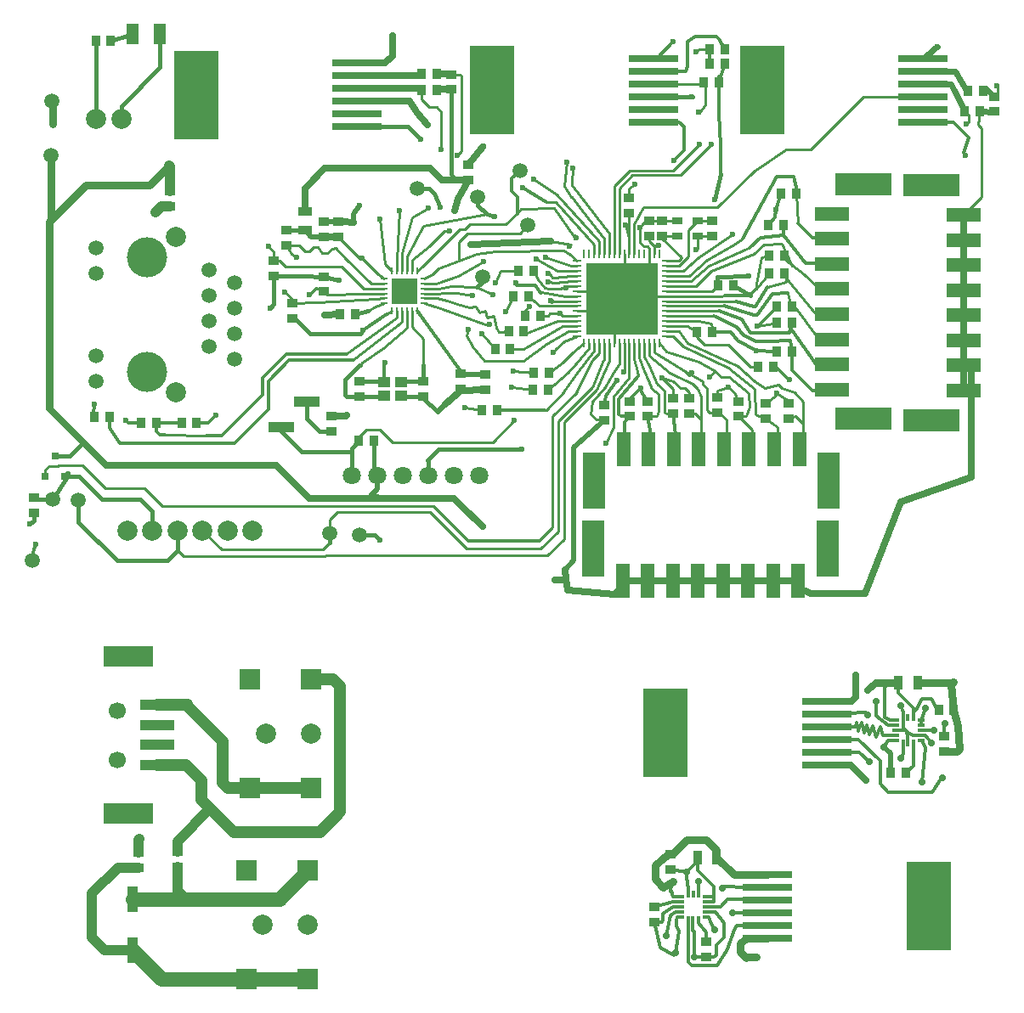
<source format=gtl>
G04 #@! TF.FileFunction,Copper,L1,Top,Signal*
%FSLAX46Y46*%
G04 Gerber Fmt 4.6, Leading zero omitted, Abs format (unit mm)*
G04 Created by KiCad (PCBNEW 4.0.2+e4-6225~38~ubuntu14.04.1-stable) date Sat 13 Aug 2016 03:13:24 PM PDT*
%MOMM*%
G01*
G04 APERTURE LIST*
%ADD10C,0.150000*%
%ADD11R,1.000760X0.899160*%
%ADD12R,5.000000X0.760000*%
%ADD13R,4.500000X8.800000*%
%ADD14R,1.397000X0.889000*%
%ADD15C,1.800000*%
%ADD16C,2.000000*%
%ADD17R,1.400000X3.400000*%
%ADD18R,2.300000X5.600000*%
%ADD19R,3.400000X1.400000*%
%ADD20R,5.600000X2.300000*%
%ADD21R,2.540000X0.990600*%
%ADD22R,2.499360X2.499360*%
%ADD23O,0.248920X0.800100*%
%ADD24O,0.800100X0.248920*%
%ADD25C,0.600000*%
%ADD26R,0.250000X0.850000*%
%ADD27R,0.850000X0.250000*%
%ADD28R,7.150000X7.150000*%
%ADD29R,1.200000X1.100000*%
%ADD30R,1.000000X0.800000*%
%ADD31C,1.500000*%
%ADD32C,4.000000*%
%ADD33R,0.899160X1.000760*%
%ADD34R,1.250000X2.000000*%
%ADD35R,0.800100X0.800100*%
%ADD36C,1.998980*%
%ADD37R,1.998980X1.998980*%
%ADD38R,5.000000X2.000000*%
%ADD39C,1.700000*%
%ADD40R,3.390000X1.120000*%
%ADD41R,0.990600X2.540000*%
%ADD42R,0.800000X0.300000*%
%ADD43R,0.300000X0.800000*%
%ADD44R,0.889000X1.397000*%
%ADD45C,0.700000*%
%ADD46C,0.400000*%
%ADD47C,0.250000*%
%ADD48C,0.600000*%
%ADD49C,0.500000*%
%ADD50C,0.700000*%
%ADD51C,0.800000*%
%ADD52C,1.000000*%
%ADD53C,0.350000*%
%ADD54C,0.300000*%
%ADD55C,1.200000*%
%ADD56C,1.400000*%
G04 APERTURE END LIST*
D10*
D11*
X32500000Y-101748160D03*
X32500000Y-103251840D03*
D12*
X110700000Y-28875000D03*
X110700000Y-26335000D03*
X110700000Y-23795000D03*
X110700000Y-25065000D03*
X110700000Y-22525000D03*
X110700000Y-27605000D03*
D13*
X94650000Y-25700000D03*
D14*
X49080000Y-37777500D03*
X49080000Y-39682500D03*
D15*
X63899680Y-64100000D03*
X66439680Y-64100000D03*
X53760000Y-64100000D03*
X56300000Y-64100000D03*
X61369840Y-64100000D03*
X58829840Y-64100000D03*
D16*
X28325000Y-28550000D03*
X30825000Y-28550000D03*
D17*
X80750000Y-74600000D03*
X83250000Y-74600000D03*
X85750000Y-74600000D03*
X98250000Y-74600000D03*
X93250000Y-74600000D03*
X95750000Y-74600000D03*
D18*
X77800000Y-71450000D03*
D17*
X90750000Y-74600000D03*
X88250000Y-74600000D03*
D18*
X101200000Y-71450000D03*
D19*
X101600000Y-38050000D03*
X101600000Y-40550000D03*
X101600000Y-43050000D03*
X101600000Y-55550000D03*
X101600000Y-50550000D03*
X101600000Y-53050000D03*
D20*
X104750000Y-35100000D03*
D19*
X101600000Y-48050000D03*
X101600000Y-45550000D03*
D20*
X104750000Y-58500000D03*
D17*
X98350000Y-61500000D03*
X95850000Y-61500000D03*
X93350000Y-61500000D03*
X80850000Y-61500000D03*
X85850000Y-61500000D03*
X83350000Y-61500000D03*
D18*
X101300000Y-64650000D03*
D17*
X88350000Y-61500000D03*
X90850000Y-61500000D03*
D18*
X77900000Y-64650000D03*
D21*
X49270000Y-56730000D03*
X46730000Y-59270000D03*
D16*
X38900000Y-69600000D03*
X36400000Y-69600000D03*
X43900000Y-69600000D03*
X41400000Y-69600000D03*
X31400000Y-69600000D03*
X33900000Y-69600000D03*
D22*
X59010000Y-45730000D03*
D23*
X57760320Y-47728980D03*
X58260700Y-47728980D03*
X58761080Y-47728980D03*
X59258920Y-47728980D03*
X59759300Y-47728980D03*
X60259680Y-47728980D03*
D24*
X61008980Y-46979680D03*
X61008980Y-46479300D03*
X61008980Y-45978920D03*
X61008980Y-45481080D03*
X61008980Y-44980700D03*
X61008980Y-44480320D03*
D23*
X60259680Y-43731020D03*
X59759300Y-43731020D03*
X59258920Y-43731020D03*
X58761080Y-43731020D03*
X58260700Y-43731020D03*
X57760320Y-43731020D03*
D24*
X57011020Y-44480320D03*
X57011020Y-44980700D03*
X57011020Y-45481080D03*
X57011020Y-45978920D03*
X57011020Y-46479300D03*
X57011020Y-46979680D03*
D25*
X59010000Y-45730000D03*
X58248000Y-44968000D03*
X58248000Y-46492000D03*
X59772000Y-44968000D03*
X59772000Y-46492000D03*
D26*
X83910000Y-50940000D03*
X84410000Y-50940000D03*
X80910000Y-50940000D03*
X81410000Y-50940000D03*
X82410000Y-50940000D03*
X81910000Y-50940000D03*
X83410000Y-50940000D03*
X82910000Y-50940000D03*
X78910000Y-50940000D03*
X79410000Y-50940000D03*
X80410000Y-50940000D03*
X79910000Y-50940000D03*
X77910000Y-50940000D03*
X78410000Y-50940000D03*
X77410000Y-50940000D03*
X76910000Y-50940000D03*
D27*
X76210000Y-50240000D03*
X76210000Y-49740000D03*
X76210000Y-48740000D03*
X76210000Y-49240000D03*
X76210000Y-47240000D03*
X76210000Y-46740000D03*
X76210000Y-47740000D03*
X76210000Y-48240000D03*
X76210000Y-44240000D03*
X76210000Y-43740000D03*
X76210000Y-45240000D03*
X76210000Y-44740000D03*
X76210000Y-45740000D03*
X76210000Y-46240000D03*
X76210000Y-42740000D03*
X76210000Y-43240000D03*
D26*
X76910000Y-42040000D03*
X77410000Y-42040000D03*
X78410000Y-42040000D03*
X77910000Y-42040000D03*
X79910000Y-42040000D03*
X80410000Y-42040000D03*
X79410000Y-42040000D03*
X78910000Y-42040000D03*
X82910000Y-42040000D03*
X83410000Y-42040000D03*
X81910000Y-42040000D03*
X82410000Y-42040000D03*
X81410000Y-42040000D03*
X80910000Y-42040000D03*
X84410000Y-42040000D03*
X83910000Y-42040000D03*
D27*
X85110000Y-43240000D03*
X85110000Y-42740000D03*
X85110000Y-46240000D03*
X85110000Y-45740000D03*
X85110000Y-44740000D03*
X85110000Y-45220000D03*
X85110000Y-43740000D03*
X85110000Y-44240000D03*
X85110000Y-48240000D03*
X85110000Y-47740000D03*
X85110000Y-46740000D03*
X85110000Y-47240000D03*
X85110000Y-49240000D03*
X85110000Y-48740000D03*
X85110000Y-49740000D03*
X85110000Y-50240000D03*
D28*
X80660000Y-46490000D03*
D25*
X77860000Y-49490000D03*
X78360000Y-48490000D03*
X77860000Y-47490000D03*
X78360000Y-46490000D03*
X77860000Y-45490000D03*
X78360000Y-44490000D03*
X77860000Y-43490000D03*
X78860000Y-49490000D03*
X79360000Y-48490000D03*
X78860000Y-47490000D03*
X79360000Y-46490000D03*
X78860000Y-45490000D03*
X79360000Y-44490000D03*
X78860000Y-43490000D03*
X79860000Y-49490000D03*
X80360000Y-48490000D03*
X79860000Y-47490000D03*
X80360000Y-46490000D03*
X79860000Y-45490000D03*
X80360000Y-44490000D03*
X79860000Y-43490000D03*
X80860000Y-49490000D03*
X81360000Y-48490000D03*
X80860000Y-47490000D03*
X81360000Y-46490000D03*
X80860000Y-45490000D03*
X81360000Y-44490000D03*
X80860000Y-43490000D03*
X81860000Y-49490000D03*
X82360000Y-48490000D03*
X81860000Y-47490000D03*
X82360000Y-46490000D03*
X81860000Y-45490000D03*
X82360000Y-44490000D03*
X81860000Y-43490000D03*
X82860000Y-49490000D03*
X83360000Y-48490000D03*
X82860000Y-47490000D03*
X83360000Y-46490000D03*
X82860000Y-45490000D03*
X83360000Y-44490000D03*
X82860000Y-43490000D03*
D12*
X83800000Y-28875000D03*
X83800000Y-26335000D03*
X83800000Y-23795000D03*
X83800000Y-25065000D03*
X83800000Y-22525000D03*
X83800000Y-27605000D03*
D13*
X67750000Y-25700000D03*
D12*
X54300000Y-29375000D03*
X54300000Y-26835000D03*
X54300000Y-24295000D03*
X54300000Y-25565000D03*
X54300000Y-23025000D03*
X54300000Y-28105000D03*
D13*
X38250000Y-26200000D03*
D29*
X58650000Y-54800000D03*
X56950000Y-54800000D03*
X58650000Y-56200000D03*
X56950000Y-56200000D03*
D30*
X88200000Y-38750000D03*
X86200000Y-38750000D03*
X88200000Y-40250000D03*
X86200000Y-40250000D03*
D19*
X114700000Y-55650000D03*
X114700000Y-53150000D03*
X114700000Y-50650000D03*
X114700000Y-38150000D03*
X114700000Y-43150000D03*
X114700000Y-40650000D03*
D20*
X111550000Y-58600000D03*
D19*
X114700000Y-45650000D03*
X114700000Y-48150000D03*
D20*
X111550000Y-35200000D03*
D31*
X23900000Y-26800000D03*
X23800000Y-32200000D03*
X66300000Y-36400000D03*
X70500000Y-33700000D03*
X71300000Y-39200000D03*
X60300000Y-35500000D03*
X66800000Y-44300000D03*
X24000000Y-66500000D03*
X26500000Y-66600000D03*
X51600000Y-69900000D03*
X21900000Y-72600000D03*
X54500000Y-70100000D03*
X28300000Y-41475000D03*
X28300000Y-44015000D03*
X28300000Y-52185000D03*
X28300000Y-54725000D03*
X39550000Y-43660000D03*
X39550000Y-48730000D03*
X39550000Y-46200000D03*
X39550000Y-51270000D03*
X42090000Y-44920000D03*
X42090000Y-50000000D03*
X42090000Y-47460000D03*
D32*
X33332080Y-53815000D03*
X33332080Y-42385000D03*
D16*
X36250000Y-40355000D03*
X36250000Y-55845000D03*
D31*
X42090000Y-52540000D03*
D33*
X89448160Y-23100000D03*
X90951840Y-23100000D03*
D11*
X63700000Y-24148160D03*
X63700000Y-25651840D03*
X117800000Y-26348160D03*
X117800000Y-27851840D03*
D33*
X89448160Y-21600000D03*
X90951840Y-21600000D03*
X62251840Y-24100000D03*
X60748160Y-24100000D03*
X116651840Y-25800000D03*
X115148160Y-25800000D03*
X88848160Y-24900000D03*
X90351840Y-24900000D03*
X60748160Y-25700000D03*
X62251840Y-25700000D03*
X94248160Y-53300000D03*
X95751840Y-53300000D03*
X114848160Y-27800000D03*
X116351840Y-27800000D03*
D11*
X81500000Y-56748160D03*
X81500000Y-58251840D03*
D33*
X96148160Y-51800000D03*
X97651840Y-51800000D03*
D11*
X83200000Y-56748160D03*
X83200000Y-58251840D03*
D33*
X96148160Y-48900000D03*
X97651840Y-48900000D03*
D11*
X85800000Y-56448160D03*
X85800000Y-57951840D03*
D33*
X96148160Y-47300000D03*
X97651840Y-47300000D03*
D11*
X87400000Y-56448160D03*
X87400000Y-57951840D03*
D33*
X95348160Y-44000000D03*
X96851840Y-44000000D03*
D11*
X90200000Y-56348160D03*
X90200000Y-57851840D03*
D33*
X95348160Y-42200000D03*
X96851840Y-42200000D03*
D11*
X92300000Y-56748160D03*
X92300000Y-58251840D03*
D33*
X95248160Y-39200000D03*
X96751840Y-39200000D03*
D11*
X95000000Y-56948160D03*
X95000000Y-58451840D03*
D33*
X96548160Y-36000000D03*
X98051840Y-36000000D03*
D11*
X97300000Y-56948160D03*
X97300000Y-58451840D03*
D33*
X38301840Y-58850000D03*
X36798160Y-58850000D03*
X34301840Y-58850000D03*
X32798160Y-58850000D03*
X54448160Y-60700000D03*
X55951840Y-60700000D03*
X29601840Y-58325000D03*
X28098160Y-58325000D03*
D11*
X46025000Y-42748160D03*
X46025000Y-44251840D03*
X47225000Y-41176840D03*
X47225000Y-39673160D03*
X47850000Y-46948160D03*
X47850000Y-48451840D03*
X50975000Y-45801840D03*
X50975000Y-44298160D03*
D33*
X69551840Y-51500000D03*
X68048160Y-51500000D03*
X70901840Y-49750000D03*
X69398160Y-49750000D03*
X71351840Y-46300000D03*
X69848160Y-46300000D03*
X52628160Y-48030000D03*
X54131840Y-48030000D03*
X68251840Y-57600000D03*
X66748160Y-57600000D03*
X73351840Y-55600000D03*
X71848160Y-55600000D03*
X73391840Y-53890000D03*
X71888160Y-53890000D03*
D11*
X84700000Y-40251840D03*
X84700000Y-38748160D03*
X89700000Y-38748160D03*
X89700000Y-40251840D03*
D33*
X70348160Y-43700000D03*
X71851840Y-43700000D03*
D11*
X81400000Y-36448160D03*
X81400000Y-37951840D03*
X83400000Y-38748160D03*
X83400000Y-40251840D03*
X65400000Y-33148160D03*
X65400000Y-34651840D03*
X51000000Y-38808160D03*
X51000000Y-40311840D03*
D33*
X91751840Y-45200000D03*
X90248160Y-45200000D03*
X71048160Y-48200000D03*
X72551840Y-48200000D03*
X89651840Y-49800000D03*
X88148160Y-49800000D03*
D11*
X35625000Y-37276840D03*
X35625000Y-35773160D03*
X78950000Y-57148160D03*
X78950000Y-58651840D03*
X52420000Y-38828160D03*
X52420000Y-40331840D03*
X51700000Y-58248160D03*
X51700000Y-59751840D03*
X54500000Y-56251840D03*
X54500000Y-54748160D03*
X60900000Y-56251840D03*
X60900000Y-54748160D03*
X64630000Y-55461840D03*
X64630000Y-53958160D03*
X67100000Y-55601840D03*
X67100000Y-54098160D03*
D34*
X34675000Y-20100000D03*
X31925000Y-20100000D03*
D35*
X23250000Y-64200760D03*
X25150000Y-64200760D03*
X24200000Y-62201780D03*
D33*
X28248160Y-20800000D03*
X29751840Y-20800000D03*
D11*
X22100000Y-67851840D03*
X22100000Y-66348160D03*
D36*
X45200200Y-89889800D03*
D37*
X49701080Y-95300000D03*
X43600000Y-95300000D03*
X49701080Y-84474520D03*
X43600000Y-84474520D03*
D36*
X49701080Y-89889800D03*
D38*
X31500000Y-97800000D03*
X31500000Y-82200000D03*
D39*
X30400000Y-92500000D03*
D40*
X34400000Y-93000000D03*
X34400000Y-87000000D03*
X34400000Y-89000000D03*
X34400000Y-91000000D03*
D39*
X30400000Y-87600000D03*
D36*
X44900200Y-108915280D03*
D37*
X49401080Y-114325480D03*
X43300000Y-114325480D03*
X49401080Y-103500000D03*
X43300000Y-103500000D03*
D36*
X49401080Y-108915280D03*
D41*
X31900000Y-111440000D03*
X31900000Y-106360000D03*
D11*
X36400000Y-101648160D03*
X36400000Y-103151840D03*
D33*
X113751840Y-87500000D03*
X112248160Y-87500000D03*
X107448160Y-93800000D03*
X108951840Y-93800000D03*
D11*
X112800000Y-91651840D03*
X112800000Y-90148160D03*
D42*
X107925000Y-89050000D03*
X107925000Y-88550000D03*
X110475000Y-88550000D03*
X107925000Y-89545000D03*
X107925000Y-90050000D03*
X107925000Y-90550000D03*
D43*
X108700000Y-90825000D03*
X109165000Y-90825000D03*
X109700000Y-90825000D03*
D42*
X110475000Y-90550000D03*
X110475000Y-90050000D03*
X110475000Y-89545000D03*
X110475000Y-89050000D03*
D43*
X109700000Y-88275000D03*
X109185000Y-88275000D03*
X108700000Y-88275000D03*
D12*
X101100000Y-92975000D03*
X101100000Y-90435000D03*
X101100000Y-87895000D03*
X101100000Y-89165000D03*
X101100000Y-86625000D03*
X101100000Y-91705000D03*
D13*
X85050000Y-89800000D03*
D44*
X108247500Y-84800000D03*
X110152500Y-84800000D03*
D12*
X95200000Y-103925000D03*
X95200000Y-106465000D03*
X95200000Y-109005000D03*
X95200000Y-107735000D03*
X95200000Y-110275000D03*
X95200000Y-105195000D03*
D13*
X111250000Y-107100000D03*
D42*
X86525000Y-106650000D03*
X86525000Y-106150000D03*
X89075000Y-106150000D03*
X86525000Y-107145000D03*
X86525000Y-107650000D03*
X86525000Y-108150000D03*
D43*
X87300000Y-108425000D03*
X87765000Y-108425000D03*
X88300000Y-108425000D03*
D42*
X89075000Y-108150000D03*
X89075000Y-107650000D03*
X89075000Y-107145000D03*
X89075000Y-106650000D03*
D43*
X88300000Y-105875000D03*
X87785000Y-105875000D03*
X87300000Y-105875000D03*
D11*
X85550000Y-103401840D03*
X85550000Y-101898160D03*
X89060000Y-112141840D03*
X89060000Y-110638160D03*
X83900000Y-108651840D03*
X83900000Y-107148160D03*
D44*
X90122500Y-102200000D03*
X88217500Y-102200000D03*
D25*
X84300000Y-41200000D03*
X81000000Y-39200000D03*
X75100000Y-45400000D03*
X74500000Y-48000000D03*
X66800000Y-69200000D03*
X74041672Y-74585389D03*
X35575000Y-33275000D03*
X97400000Y-54600000D03*
X49200000Y-35400000D03*
X75450000Y-41250000D03*
X64000000Y-37700000D03*
X65600000Y-41100000D03*
X65822000Y-46188000D03*
X89900000Y-36600000D03*
X93296778Y-44200104D03*
X60600000Y-30600000D03*
X73600000Y-46700000D03*
X73350000Y-44800000D03*
X85850000Y-32750000D03*
X73300000Y-44000000D03*
X114900000Y-32200000D03*
X52500000Y-44650000D03*
X45625000Y-47475000D03*
X54910000Y-49700000D03*
X54770000Y-42470000D03*
X91700000Y-40100000D03*
X76100000Y-40400000D03*
X65350000Y-49550000D03*
X63530362Y-39760362D03*
X62600000Y-37400000D03*
X67800000Y-46100000D03*
X73800000Y-51900000D03*
X21700000Y-69000000D03*
X68100000Y-44900000D03*
X82500000Y-39400000D03*
X88100000Y-41600000D03*
X82000000Y-35100000D03*
X112100000Y-21400000D03*
X71500000Y-47300000D03*
X23952025Y-29091471D03*
X22300000Y-71000000D03*
X57100000Y-52900000D03*
X40250000Y-58100000D03*
X34200000Y-37875000D03*
X53300000Y-58100000D03*
X85800000Y-20900000D03*
X57800000Y-20300000D03*
X96000000Y-37600000D03*
X94200000Y-49200000D03*
X94100000Y-51700000D03*
X96100000Y-55900000D03*
X84700000Y-54400000D03*
X82600000Y-55400000D03*
X80200000Y-54625000D03*
X91300000Y-55300000D03*
X63100000Y-57000000D03*
X54500000Y-37200000D03*
X66900000Y-31300000D03*
X51100000Y-48100000D03*
X93500000Y-46100000D03*
D45*
X111500000Y-90800000D03*
X106800000Y-91200000D03*
X110950000Y-87300000D03*
X114048160Y-91651840D03*
X108450000Y-87050000D03*
X113700000Y-84700000D03*
X104000000Y-84000000D03*
X87125633Y-103704117D03*
X94040000Y-112120000D03*
X86070000Y-111740000D03*
X87890000Y-112170000D03*
D25*
X31275000Y-58600000D03*
X87600000Y-53900000D03*
X70700000Y-61500000D03*
X89400000Y-54300000D03*
X61300000Y-29200000D03*
X70800000Y-35400000D03*
D45*
X112600000Y-94300000D03*
X111800000Y-89500000D03*
D25*
X71900000Y-34600000D03*
X87600000Y-26400000D03*
X79100000Y-60900000D03*
X56600000Y-70600000D03*
X49525000Y-46100000D03*
X47125000Y-45825000D03*
X88300000Y-27900000D03*
X75200000Y-32900000D03*
X72117069Y-42568817D03*
X62700000Y-31600000D03*
X88400000Y-31100000D03*
X115000000Y-29100000D03*
X88100000Y-21900000D03*
X75800000Y-33450000D03*
X64298135Y-32201908D03*
X73100000Y-42350000D03*
X89600000Y-31100000D03*
X118000000Y-25300000D03*
X48275000Y-42400000D03*
X45450000Y-41300000D03*
X28125000Y-57050000D03*
X70100000Y-44900000D03*
X68000000Y-38300000D03*
X80850000Y-53800000D03*
X69950000Y-58650000D03*
X61400000Y-37500000D03*
X69860000Y-53720000D03*
X58530000Y-37700000D03*
X69670000Y-55300000D03*
X56550000Y-38590000D03*
X65000000Y-57400000D03*
X67500000Y-49100000D03*
X69100000Y-47800000D03*
X66900000Y-42800000D03*
X66700000Y-50000000D03*
D45*
X37400000Y-86900000D03*
X32600000Y-100400000D03*
X105300000Y-92700000D03*
X110600000Y-94700000D03*
X90700000Y-105300000D03*
X89900000Y-109400000D03*
X91700000Y-107700000D03*
X85100000Y-110000000D03*
X108500000Y-92300000D03*
X105200000Y-88000000D03*
X105200000Y-85600000D03*
X105000000Y-94500000D03*
X85800000Y-104650000D03*
X88300000Y-104650000D03*
X112900000Y-88900000D03*
X106000000Y-86700000D03*
D46*
X30825000Y-28550000D02*
X30825000Y-27275000D01*
X34675000Y-23425000D02*
X34675000Y-20100000D01*
X30825000Y-27275000D02*
X34675000Y-23425000D01*
X24200000Y-62201780D02*
X25698220Y-62201780D01*
X25698220Y-62201780D02*
X27050000Y-60850000D01*
D47*
X78950000Y-58651840D02*
X78151840Y-58551840D01*
X80410000Y-52940000D02*
X80410000Y-50940000D01*
X79750000Y-53950000D02*
X80410000Y-52940000D01*
X79000000Y-55350000D02*
X79750000Y-53950000D01*
X77700000Y-56750000D02*
X79000000Y-55350000D01*
X77600000Y-58000000D02*
X77700000Y-56750000D01*
X78151840Y-58551840D02*
X77600000Y-58000000D01*
X75100000Y-45400000D02*
X74700000Y-45400000D01*
X72351840Y-44551840D02*
X71851840Y-43700000D01*
X73000000Y-45400000D02*
X72351840Y-44551840D01*
X73400000Y-45500000D02*
X73000000Y-45400000D01*
X73800000Y-45500000D02*
X73400000Y-45500000D01*
X74600000Y-45500000D02*
X73800000Y-45500000D01*
X74700000Y-45400000D02*
X74600000Y-45500000D01*
X83800000Y-41200000D02*
X84300000Y-41200000D01*
X81400000Y-40400000D02*
X81000000Y-39200000D01*
X81410000Y-40400000D02*
X81400000Y-40400000D01*
X116351840Y-27800000D02*
X116151840Y-29151840D01*
X116500000Y-36350000D02*
X114700000Y-38150000D01*
X116500000Y-29500000D02*
X116500000Y-36350000D01*
X116151840Y-29151840D02*
X116500000Y-29500000D01*
X83910000Y-42040000D02*
X83910000Y-41310000D01*
X83400000Y-40800000D02*
X83400000Y-40251840D01*
X83910000Y-41310000D02*
X83800000Y-41200000D01*
X83800000Y-41200000D02*
X83400000Y-40800000D01*
X81410000Y-42040000D02*
X81410000Y-40400000D01*
X81410000Y-40400000D02*
X81410000Y-37961840D01*
X81410000Y-37961840D02*
X81400000Y-37951840D01*
D48*
X116351840Y-27800000D02*
X117751840Y-27900000D01*
X117751840Y-27900000D02*
X117800000Y-27851840D01*
D47*
X74500000Y-48000000D02*
X73500000Y-48000000D01*
X73300000Y-48200000D02*
X72551840Y-48200000D01*
X73500000Y-48000000D02*
X73300000Y-48200000D01*
X76210000Y-45240000D02*
X75260000Y-45240000D01*
X75260000Y-45240000D02*
X75100000Y-45400000D01*
X76210000Y-48240000D02*
X74740000Y-48240000D01*
X74740000Y-48240000D02*
X74500000Y-48000000D01*
D46*
X55951840Y-60700000D02*
X55951840Y-63751840D01*
X55951840Y-63751840D02*
X56300000Y-64100000D01*
D49*
X55617418Y-66182582D02*
X56300000Y-65500000D01*
X56300000Y-65500000D02*
X56300000Y-64100000D01*
D50*
X55617418Y-66400000D02*
X56355467Y-66400000D01*
X49500000Y-66400000D02*
X55617418Y-66400000D01*
D49*
X55617418Y-66400000D02*
X55617418Y-66182582D01*
D50*
X56355467Y-66400000D02*
X62432294Y-66400000D01*
X62432294Y-66400000D02*
X63949998Y-66400000D01*
D46*
X62432294Y-66344766D02*
X62432294Y-66400000D01*
D49*
X75899288Y-72600712D02*
X75000000Y-73500000D01*
X78899200Y-58651840D02*
X75899288Y-61301752D01*
X78950000Y-58651840D02*
X78899200Y-58651840D01*
X75899288Y-61301752D02*
X75899288Y-72600712D01*
D50*
X63949998Y-66400000D02*
X64641951Y-67091953D01*
X64641951Y-67091953D02*
X66800000Y-69200000D01*
X74536646Y-74585389D02*
X74041672Y-74585389D01*
X75038611Y-74585389D02*
X74536646Y-74585389D01*
X75140500Y-74483500D02*
X75038611Y-74585389D01*
X114700000Y-53150000D02*
X114700000Y-55650000D01*
X98250000Y-74600000D02*
X98250000Y-75350000D01*
X98250000Y-75350000D02*
X99500000Y-75900000D01*
X99500000Y-75900000D02*
X104900000Y-75900000D01*
X104900000Y-75900000D02*
X108500000Y-66800000D01*
X108500000Y-66800000D02*
X115521414Y-64300000D01*
X115521414Y-64300000D02*
X115521414Y-53150000D01*
X115521414Y-53150000D02*
X114700000Y-53150000D01*
D51*
X23800000Y-32200000D02*
X23800000Y-38650000D01*
X23800000Y-38650000D02*
X23625000Y-38825000D01*
D50*
X65400000Y-34651840D02*
X62751840Y-34651840D01*
X62751840Y-34651840D02*
X61600000Y-33500000D01*
X61600000Y-33500000D02*
X51100000Y-33500000D01*
X51100000Y-33500000D02*
X49200000Y-35400000D01*
X56290000Y-66334533D02*
X56355467Y-66400000D01*
X46200000Y-63100000D02*
X49500000Y-66400000D01*
X29300000Y-63100000D02*
X46200000Y-63100000D01*
X23625000Y-57425000D02*
X27050000Y-60850000D01*
X27050000Y-60850000D02*
X29300000Y-63100000D01*
X23625000Y-57175000D02*
X23625000Y-57425000D01*
D51*
X33650000Y-35200000D02*
X35575000Y-33275000D01*
X27250000Y-35200000D02*
X33650000Y-35200000D01*
X23625000Y-38825000D02*
X27250000Y-35200000D01*
X23625000Y-57175000D02*
X23625000Y-38825000D01*
D52*
X35625000Y-35773160D02*
X35625000Y-33325000D01*
X35625000Y-33325000D02*
X35575000Y-33275000D01*
D47*
X97400000Y-54600000D02*
X97300000Y-54600000D01*
X96000000Y-53300000D02*
X95751840Y-53300000D01*
X97300000Y-54600000D02*
X96000000Y-53300000D01*
D50*
X75000000Y-73500000D02*
X75140500Y-74483500D01*
X114700000Y-40650000D02*
X114700000Y-38150000D01*
X114700000Y-43150000D02*
X114700000Y-40650000D01*
X114700000Y-45650000D02*
X114700000Y-43150000D01*
X114700000Y-48150000D02*
X114700000Y-45650000D01*
X114700000Y-50650000D02*
X114700000Y-48150000D01*
X114700000Y-53150000D02*
X114700000Y-50650000D01*
X95750000Y-74600000D02*
X98250000Y-74600000D01*
X93250000Y-74600000D02*
X95750000Y-74600000D01*
X90750000Y-74600000D02*
X93250000Y-74600000D01*
X88250000Y-74600000D02*
X90750000Y-74600000D01*
X85750000Y-74600000D02*
X88250000Y-74600000D01*
X83250000Y-74600000D02*
X85750000Y-74600000D01*
X80750000Y-74600000D02*
X83250000Y-74600000D01*
X80750000Y-75150000D02*
X80750000Y-74600000D01*
X79900000Y-76000000D02*
X80750000Y-75150000D01*
X75300000Y-75600000D02*
X79900000Y-76000000D01*
X75140500Y-74483500D02*
X75300000Y-75600000D01*
X49080000Y-35520000D02*
X49080000Y-37777500D01*
X49200000Y-35400000D02*
X49080000Y-35520000D01*
D53*
X65400000Y-34651840D02*
X64251840Y-34651840D01*
D46*
X63700000Y-34100000D02*
X63700000Y-25651840D01*
D53*
X64251840Y-34651840D02*
X63700000Y-34100000D01*
D54*
X90351840Y-24900000D02*
X90951840Y-23100000D01*
X90351840Y-24900000D02*
X90351840Y-24348160D01*
X90351840Y-24348160D02*
X90451840Y-24448160D01*
X90351840Y-27951840D02*
X90351840Y-24900000D01*
D50*
X63700000Y-25651840D02*
X62300000Y-25651840D01*
X62300000Y-25651840D02*
X62251840Y-25700000D01*
D47*
X85110000Y-45740000D02*
X89708160Y-45740000D01*
X89708160Y-45740000D02*
X90248160Y-45200000D01*
D46*
X90248160Y-45200000D02*
X90200000Y-44300000D01*
X90200000Y-44300000D02*
X93296778Y-44200104D01*
X93296778Y-44200104D02*
X93300000Y-44200000D01*
D47*
X75618160Y-41081840D02*
X73550000Y-40801840D01*
D50*
X65600000Y-41100000D02*
X73550000Y-40801840D01*
D47*
X75450000Y-41250000D02*
X75618160Y-41081840D01*
D50*
X65309604Y-34638093D02*
X65400000Y-34740000D01*
X65400000Y-34740000D02*
X64320000Y-36560000D01*
X64320000Y-36560000D02*
X64000000Y-37700000D01*
D47*
X61008980Y-45978920D02*
X64160000Y-45970000D01*
X64160000Y-45970000D02*
X65822000Y-46188000D01*
X65600000Y-41100000D02*
X65430000Y-40930000D01*
D54*
X90500000Y-31200000D02*
X90351840Y-27951840D01*
X90500000Y-34100000D02*
X90500000Y-31200000D01*
D46*
X89900000Y-36600000D02*
X90500000Y-34100000D01*
D47*
X76210000Y-46740000D02*
X73440000Y-46740000D01*
D46*
X59375000Y-29375000D02*
X60600000Y-30600000D01*
X73600000Y-46700000D02*
X73700000Y-46800000D01*
X73700000Y-46800000D02*
X73700000Y-46700000D01*
X59375000Y-29375000D02*
X54300000Y-29375000D01*
D47*
X73500000Y-46700000D02*
X73700000Y-46700000D01*
X73440000Y-46740000D02*
X73500000Y-46700000D01*
X76210000Y-44740000D02*
X75700000Y-44750000D01*
X75700000Y-44750000D02*
X74000000Y-44950000D01*
X74000000Y-44950000D02*
X73350000Y-44800000D01*
D53*
X86375000Y-28875000D02*
X83800000Y-28875000D01*
X86850000Y-29350000D02*
X86375000Y-28875000D01*
X86850000Y-31750000D02*
X86850000Y-29350000D01*
X85850000Y-32750000D02*
X86850000Y-31750000D01*
D47*
X73427097Y-43872903D02*
X73300000Y-44000000D01*
X75650000Y-44250000D02*
X73900000Y-44400000D01*
X76210000Y-44240000D02*
X75650000Y-44250000D01*
X73900000Y-44400000D02*
X73775000Y-44375000D01*
X73775000Y-44375000D02*
X73427097Y-43872903D01*
D54*
X113675000Y-28875000D02*
X110700000Y-28875000D01*
X115200000Y-30400000D02*
X113675000Y-28875000D01*
X114700000Y-32000000D02*
X115200000Y-30400000D01*
X114900000Y-32200000D02*
X114700000Y-32000000D01*
D46*
X49080000Y-39682500D02*
X47234340Y-39682500D01*
X47234340Y-39682500D02*
X47225000Y-39673160D01*
X50975000Y-44298160D02*
X52473160Y-44623160D01*
D47*
X52473160Y-44623160D02*
X52500000Y-44650000D01*
D46*
X46025000Y-44251840D02*
X46025000Y-47075000D01*
X46025000Y-47075000D02*
X45625000Y-47475000D01*
X50975000Y-44298160D02*
X48852951Y-44206599D01*
X48098127Y-44200048D02*
X46025000Y-44251840D01*
X48852951Y-44206599D02*
X48098127Y-44200048D01*
D47*
X47850000Y-48451840D02*
X48076840Y-48451840D01*
D46*
X54635000Y-49975000D02*
X54910000Y-49700000D01*
X49600000Y-49975000D02*
X54635000Y-49975000D01*
X48076840Y-48451840D02*
X49600000Y-49975000D01*
D47*
X54770000Y-42470000D02*
X54558160Y-42470000D01*
X54558160Y-42470000D02*
X52420000Y-40331840D01*
D49*
X51000000Y-40311840D02*
X49709340Y-40311840D01*
X49709340Y-40311840D02*
X49080000Y-39682500D01*
D50*
X51030000Y-40340000D02*
X52420000Y-40331840D01*
D47*
X57011020Y-44480320D02*
X56678000Y-44235909D01*
X56424000Y-44049493D02*
X54770000Y-42470000D01*
X56678000Y-44235909D02*
X56424000Y-44049493D01*
D46*
X54848465Y-49662625D02*
X54848465Y-49654166D01*
D54*
X57220000Y-48048333D02*
X54848465Y-49654166D01*
D47*
X57760320Y-47728980D02*
X57220000Y-48048333D01*
D46*
X54910000Y-49700000D02*
X54848465Y-49662625D01*
D47*
X76210000Y-49240000D02*
X74750000Y-49250000D01*
X70900000Y-51500000D02*
X69551840Y-51500000D01*
X74750000Y-49250000D02*
X70900000Y-51500000D01*
D54*
X69700000Y-35800000D02*
X69700000Y-34500000D01*
X69700000Y-34500000D02*
X70500000Y-33700000D01*
X70240457Y-36340457D02*
X69700000Y-35800000D01*
X70240457Y-37939543D02*
X70240457Y-36340457D01*
D47*
X70240457Y-37939543D02*
X70600000Y-37580000D01*
X88300000Y-42400000D02*
X91700000Y-40100000D01*
X86800000Y-43700000D02*
X85110000Y-43740000D01*
X86800000Y-43700000D02*
X88300000Y-42400000D01*
X70600000Y-37580000D02*
X73900000Y-37500000D01*
X75830000Y-40230000D02*
X76040344Y-40201533D01*
X73900000Y-37500000D02*
X75830000Y-40230000D01*
X76040344Y-40201533D02*
X76100000Y-40400000D01*
X69080000Y-39100000D02*
X70240457Y-37939543D01*
X65500000Y-39100000D02*
X69080000Y-39100000D01*
X65000000Y-39600000D02*
X65500000Y-39100000D01*
X64510996Y-39600000D02*
X65000000Y-39600000D01*
X60790000Y-43320996D02*
X64510996Y-39600000D01*
X60259680Y-43731020D02*
X60790000Y-43320996D01*
X70240457Y-37939543D02*
X70037947Y-38142053D01*
X65300000Y-40000000D02*
X70500000Y-40000000D01*
X70500000Y-40000000D02*
X71300000Y-39200000D01*
X64448900Y-40851100D02*
X65300000Y-40000000D01*
X64448900Y-42718069D02*
X66223858Y-42064826D01*
X62388230Y-43476464D02*
X64448900Y-42718069D01*
X61008980Y-44480320D02*
X61820000Y-44082604D01*
X61820000Y-44082604D02*
X62388230Y-43476464D01*
X64448900Y-42718069D02*
X64448900Y-40851100D01*
X74840060Y-41728420D02*
X75488420Y-42018420D01*
X66223858Y-42064826D02*
X68090220Y-41767372D01*
X68090220Y-41767372D02*
X74840060Y-41728420D01*
X75488420Y-42018420D02*
X76210000Y-42740000D01*
X65170000Y-50140000D02*
X65350000Y-49550000D01*
X65760000Y-51230000D02*
X65170000Y-50140000D01*
X67000000Y-52700000D02*
X65760000Y-51230000D01*
X70900000Y-52700000D02*
X67000000Y-52700000D01*
X73200000Y-51000000D02*
X70900000Y-52700000D01*
X75340000Y-49740000D02*
X73200000Y-51000000D01*
X76210000Y-49740000D02*
X75340000Y-49740000D01*
D46*
X62000000Y-36000000D02*
X61500000Y-35500000D01*
X61500000Y-35500000D02*
X60300000Y-35500000D01*
D47*
X62999638Y-39760362D02*
X63035388Y-39760362D01*
X59770000Y-42660000D02*
X61500000Y-41260000D01*
X59770000Y-42660000D02*
X59759300Y-43731020D01*
X63035388Y-39760362D02*
X63530362Y-39760362D01*
X61500000Y-41260000D02*
X62999638Y-39760362D01*
D46*
X62600000Y-37400000D02*
X62000000Y-36000000D01*
D47*
X74250000Y-48750000D02*
X76210000Y-48740000D01*
X74250000Y-48750000D02*
X71250000Y-49910000D01*
X70901840Y-49750000D02*
X71250000Y-49910000D01*
X76210000Y-47240000D02*
X72461840Y-47240000D01*
X72461840Y-47240000D02*
X71351840Y-46300000D01*
X71641840Y-46590000D02*
X71351840Y-46300000D01*
X76199662Y-47229662D02*
X76210000Y-47240000D01*
D46*
X66250000Y-45350000D02*
X66800000Y-44800000D01*
X66800000Y-44800000D02*
X66800000Y-44300000D01*
D47*
X74100000Y-51500000D02*
X74117385Y-51513700D01*
X73800000Y-51900000D02*
X74117385Y-51513700D01*
X74930000Y-50800000D02*
X74100000Y-51500000D01*
X76210000Y-50240000D02*
X74930000Y-50800000D01*
X61008980Y-45481080D02*
X62420000Y-45510000D01*
X63650000Y-45260000D02*
X66250000Y-45350000D01*
X62420000Y-45510000D02*
X63650000Y-45260000D01*
X66250000Y-45350000D02*
X67800000Y-46100000D01*
X67800000Y-46100000D02*
X67819515Y-46084353D01*
X77400000Y-51450000D02*
X77401340Y-50948660D01*
X76160000Y-52960000D02*
X75310000Y-53920000D01*
X73351840Y-55600000D02*
X75310000Y-53920000D01*
X77400000Y-51450000D02*
X76160000Y-52960000D01*
X77401340Y-50948660D02*
X77410000Y-50940000D01*
X77900000Y-51650000D02*
X76206565Y-53915863D01*
X76206565Y-53915863D02*
X76203759Y-53916311D01*
X76203759Y-53916311D02*
X74953588Y-55641545D01*
X74953588Y-55641545D02*
X74953588Y-55773505D01*
X74953588Y-55773505D02*
X73121607Y-57605486D01*
X73121607Y-57605486D02*
X73001263Y-57605486D01*
D54*
X72998023Y-57600000D02*
X72998023Y-57596680D01*
X72998023Y-57596680D02*
X68255160Y-57596680D01*
X68255160Y-57596680D02*
X68251840Y-57600000D01*
D47*
X77900000Y-51650000D02*
X77901685Y-50948315D01*
X77901685Y-50948315D02*
X77910000Y-50940000D01*
X77900035Y-51609505D02*
X77900000Y-51650000D01*
X76910000Y-50940000D02*
X75820000Y-51830000D01*
X75820000Y-51830000D02*
X74740000Y-52890000D01*
X74740000Y-52890000D02*
X73391840Y-53890000D01*
D46*
X28248160Y-20800000D02*
X28248160Y-28473160D01*
X28248160Y-28473160D02*
X28325000Y-28550000D01*
X22100000Y-67851840D02*
X22100000Y-68600000D01*
X22100000Y-68600000D02*
X21700000Y-69000000D01*
D47*
X70348160Y-43700000D02*
X68600000Y-43700000D01*
X68600000Y-43700000D02*
X68100000Y-44900000D01*
X79910000Y-50940000D02*
X79910000Y-47240000D01*
X79910000Y-47240000D02*
X80660000Y-46490000D01*
X83400000Y-38748160D02*
X82951840Y-38748160D01*
X82951840Y-38748160D02*
X82500000Y-39400000D01*
X88200000Y-40250000D02*
X88200000Y-41500000D01*
X88200000Y-41500000D02*
X88100000Y-41600000D01*
X89700000Y-40251840D02*
X88201840Y-40251840D01*
X88201840Y-40251840D02*
X88200000Y-40250000D01*
X84700000Y-38748160D02*
X86198160Y-38748160D01*
X86198160Y-38748160D02*
X86200000Y-38750000D01*
X83400000Y-38748160D02*
X84700000Y-38748160D01*
X82951840Y-38748160D02*
X82500000Y-39400000D01*
X82500000Y-39400000D02*
X82500000Y-40900000D01*
X82500000Y-40900000D02*
X82900000Y-41300000D01*
X82900000Y-41300000D02*
X83200000Y-41300000D01*
X83200000Y-41300000D02*
X83410000Y-41510000D01*
X83410000Y-41510000D02*
X83410000Y-42040000D01*
X83410000Y-42040000D02*
X83410000Y-43740000D01*
X83410000Y-43740000D02*
X80660000Y-46490000D01*
X81400000Y-36448160D02*
X81400000Y-35500000D01*
X81400000Y-35500000D02*
X82000000Y-35100000D01*
D48*
X110700000Y-22525000D02*
X111975000Y-21475000D01*
X111975000Y-21475000D02*
X112100000Y-21400000D01*
D47*
X80910000Y-42040000D02*
X80910000Y-46240000D01*
X80910000Y-46240000D02*
X80660000Y-46490000D01*
X71048160Y-48200000D02*
X71048160Y-47651840D01*
X71048160Y-47651840D02*
X71500000Y-47300000D01*
X76210000Y-45740000D02*
X79910000Y-45740000D01*
X79910000Y-45740000D02*
X80660000Y-46490000D01*
X76210000Y-47740000D02*
X79410000Y-47740000D01*
X79410000Y-47740000D02*
X80660000Y-46490000D01*
D51*
X23952025Y-28596497D02*
X23952025Y-29091471D01*
X23914356Y-26793674D02*
X23952025Y-26831343D01*
X23952025Y-26831343D02*
X23952025Y-28596497D01*
D54*
X22300000Y-71000000D02*
X21658435Y-72841565D01*
X21658435Y-72841565D02*
X21900000Y-72600000D01*
X56950000Y-54800000D02*
X56950000Y-53050000D01*
X56950000Y-53050000D02*
X57100000Y-52900000D01*
X38301840Y-58850000D02*
X39500000Y-58850000D01*
X39500000Y-58850000D02*
X40250000Y-58100000D01*
D52*
X35625000Y-37276840D02*
X34798160Y-37276840D01*
X34798160Y-37276840D02*
X34200000Y-37875000D01*
D50*
X51700000Y-58248160D02*
X53151840Y-58248160D01*
X53151840Y-58248160D02*
X53300000Y-58100000D01*
D46*
X60900000Y-56251840D02*
X60900000Y-56400000D01*
X60900000Y-56400000D02*
X62290588Y-57790588D01*
X58800000Y-56250000D02*
X60898160Y-56250000D01*
X60898160Y-56250000D02*
X60900000Y-56251840D01*
X56800000Y-54750000D02*
X57150000Y-54750000D01*
X58650000Y-56250000D02*
X58800000Y-56250000D01*
X54500000Y-54748160D02*
X56798160Y-54748160D01*
X56798160Y-54748160D02*
X56800000Y-54750000D01*
D54*
X83800000Y-22525000D02*
X84175000Y-22525000D01*
X84175000Y-22525000D02*
X85800000Y-20900000D01*
D50*
X54300000Y-23025000D02*
X57075000Y-23025000D01*
X57800000Y-22300000D02*
X57800000Y-20300000D01*
X57075000Y-23025000D02*
X57800000Y-22300000D01*
D54*
X96548160Y-36000000D02*
X96000000Y-37600000D01*
X95900000Y-38400000D02*
X96000000Y-37600000D01*
X95900000Y-38400000D02*
X95248160Y-39200000D01*
X96000000Y-37600000D02*
X96000000Y-37600000D01*
D47*
X95348160Y-42200000D02*
X94600000Y-42400000D01*
X94100000Y-45000000D02*
X94100000Y-45500000D01*
X94600000Y-42400000D02*
X94100000Y-45000000D01*
X95348160Y-44000000D02*
X94100000Y-45500000D01*
D54*
X94100000Y-45500000D02*
X93500000Y-46100000D01*
D47*
X96148160Y-47300000D02*
X95300000Y-48100000D01*
X95300000Y-49100000D02*
X94200000Y-49200000D01*
X95300000Y-49100000D02*
X96148160Y-48900000D01*
X95300000Y-48100000D02*
X94200000Y-49200000D01*
D54*
X96148160Y-51800000D02*
X93950354Y-51715248D01*
D47*
X93950354Y-51715248D02*
X94100000Y-51700000D01*
D54*
X89651840Y-49800000D02*
X91500000Y-49800000D01*
X91500000Y-49800000D02*
X92200000Y-50700000D01*
X92200000Y-50700000D02*
X94100000Y-51700000D01*
D47*
X95000000Y-56948160D02*
X96200000Y-56000000D01*
X97300000Y-56700000D02*
X96100000Y-55900000D01*
X97300000Y-56700000D02*
X97300000Y-56948160D01*
X96200000Y-56000000D02*
X96100000Y-55900000D01*
X90200000Y-56348160D02*
X90200000Y-55700000D01*
X90200000Y-55700000D02*
X91300000Y-55300000D01*
X84700000Y-54400000D02*
X85800000Y-54700000D01*
X85800000Y-55500000D02*
X84700000Y-54400000D01*
X85800000Y-56448160D02*
X85800000Y-55500000D01*
X87400000Y-55800000D02*
X87400000Y-56448160D01*
X87000000Y-55400000D02*
X87400000Y-55800000D01*
X86500000Y-55400000D02*
X87000000Y-55400000D01*
X85800000Y-54700000D02*
X86500000Y-55400000D01*
X82600000Y-55400000D02*
X82600000Y-55648160D01*
D54*
X81500000Y-56500000D02*
X82600000Y-55400000D01*
D47*
X81500000Y-56748160D02*
X81500000Y-56500000D01*
D54*
X82600000Y-55648160D02*
X83200000Y-56748160D01*
X78950000Y-57148160D02*
X79084721Y-56157599D01*
X79084721Y-56157599D02*
X80200000Y-54625000D01*
D47*
X92300000Y-56748160D02*
X91900000Y-55800000D01*
X91900000Y-55800000D02*
X91300000Y-55300000D01*
D50*
X64514767Y-55703088D02*
X67100000Y-55601840D01*
D49*
X62290588Y-57790588D02*
X63100000Y-57000000D01*
D50*
X64445759Y-55823560D02*
X63100000Y-57000000D01*
X64445759Y-55823560D02*
X64514767Y-55703088D01*
D47*
X85110000Y-48740000D02*
X86130000Y-48740000D01*
X86130000Y-48740000D02*
X87300000Y-48700000D01*
X87300000Y-48700000D02*
X88300000Y-48700000D01*
X89650000Y-49500000D02*
X89651840Y-49800000D01*
X89650000Y-49420000D02*
X89650000Y-49500000D01*
X89600000Y-49000000D02*
X89650000Y-49420000D01*
X88310000Y-48710000D02*
X89600000Y-49000000D01*
X88300000Y-48700000D02*
X88310000Y-48710000D01*
X89255201Y-46240000D02*
X90530000Y-46250000D01*
X90530000Y-46250000D02*
X90900000Y-46200000D01*
X89255201Y-46240000D02*
X85110000Y-46240000D01*
D46*
X91751840Y-45200000D02*
X93500000Y-46180000D01*
D54*
X90900000Y-46200000D02*
X93500000Y-46180000D01*
D50*
X65400000Y-33148160D02*
X66800000Y-31400000D01*
D49*
X66800000Y-31400000D02*
X66900000Y-31300000D01*
X52420000Y-38828160D02*
X51020000Y-38828160D01*
X51020000Y-38828160D02*
X51000000Y-38808160D01*
X53910000Y-38878160D02*
X53910000Y-38090000D01*
X53910000Y-38090000D02*
X54500000Y-37200000D01*
D50*
X52628160Y-48030000D02*
X51100000Y-48100000D01*
D47*
X91751840Y-45200000D02*
X93500000Y-46100000D01*
D50*
X53910000Y-38878160D02*
X52894513Y-38821393D01*
X52894513Y-38821393D02*
X52420000Y-38828160D01*
X67100000Y-55601840D02*
X64630000Y-55662500D01*
D47*
X80910000Y-49540000D02*
X80860000Y-49490000D01*
X85110000Y-46240000D02*
X83610000Y-46240000D01*
X83610000Y-46240000D02*
X83360000Y-46490000D01*
X80910000Y-46240000D02*
X80660000Y-46490000D01*
X80910000Y-46740000D02*
X80660000Y-46490000D01*
X80410000Y-46240000D02*
X80660000Y-46490000D01*
X79910000Y-50940000D02*
X79910700Y-50940700D01*
D51*
X110152500Y-84800000D02*
X113600000Y-84800000D01*
X113600000Y-84800000D02*
X113700000Y-84700000D01*
D54*
X110475000Y-90050000D02*
X110950000Y-90050000D01*
X110950000Y-90050000D02*
X111500000Y-90800000D01*
X107925000Y-89545000D02*
X108950000Y-89550000D01*
X108950000Y-89550000D02*
X109165000Y-90065000D01*
D49*
X107448160Y-93800000D02*
X107448160Y-91848160D01*
X107448160Y-91848160D02*
X106800000Y-91200000D01*
D54*
X109165000Y-90825000D02*
X109165000Y-90065000D01*
X109165000Y-90065000D02*
X109165000Y-89765000D01*
X110475000Y-90050000D02*
X109700000Y-90050000D01*
X109700000Y-90050000D02*
X109165000Y-89765000D01*
X108700000Y-89300000D02*
X108700000Y-88275000D01*
X109165000Y-89765000D02*
X108700000Y-89300000D01*
X107925000Y-90550000D02*
X107200000Y-90550000D01*
X107200000Y-90550000D02*
X106800000Y-91200000D01*
X110475000Y-88550000D02*
X110475000Y-88625000D01*
X110475000Y-88625000D02*
X110950000Y-87300000D01*
X110475000Y-89050000D02*
X110475000Y-88550000D01*
X108700000Y-88275000D02*
X108700000Y-87800000D01*
X108700000Y-87800000D02*
X108450000Y-87050000D01*
D51*
X112800000Y-91651840D02*
X114048160Y-91651840D01*
X114048160Y-91651840D02*
X114300000Y-91400000D01*
X114300000Y-91400000D02*
X114100000Y-89100000D01*
X114100000Y-89100000D02*
X113751840Y-87500000D01*
X113751840Y-87500000D02*
X113451840Y-84948160D01*
X113451840Y-84948160D02*
X113700000Y-84700000D01*
D50*
X101100000Y-86625000D02*
X103575000Y-86625000D01*
X104000000Y-86200000D02*
X104000000Y-84000000D01*
X103575000Y-86625000D02*
X104000000Y-86200000D01*
D54*
X89075000Y-106150000D02*
X89800000Y-106150000D01*
X85503003Y-103399801D02*
X85525161Y-103421959D01*
X87103475Y-103681959D02*
X87125633Y-103704117D01*
X85525161Y-103421959D02*
X87103475Y-103681959D01*
X87475632Y-103354118D02*
X87125633Y-103704117D01*
X88017500Y-102400000D02*
X88017500Y-102812250D01*
X87125633Y-104199091D02*
X87125633Y-103704117D01*
X87300000Y-105400000D02*
X87125633Y-104199091D01*
X88017500Y-102812250D02*
X87475632Y-103354118D01*
X87297488Y-105931736D02*
X87300000Y-105400000D01*
X87890000Y-112170000D02*
X87890000Y-109619912D01*
X87890000Y-109619912D02*
X87765000Y-109494912D01*
X87765000Y-109494912D02*
X87765000Y-108425000D01*
D51*
X93100000Y-112200000D02*
X93180000Y-112120000D01*
X93180000Y-112120000D02*
X94040000Y-112120000D01*
X92500000Y-111600000D02*
X93100000Y-112200000D01*
X92500000Y-110800000D02*
X92500000Y-111600000D01*
X93025000Y-110275000D02*
X92500000Y-110800000D01*
X95200000Y-110275000D02*
X93025000Y-110275000D01*
D54*
X89800000Y-105100000D02*
X88217500Y-103517500D01*
X88217500Y-103517500D02*
X88217500Y-102200000D01*
X89800000Y-105750000D02*
X89800000Y-105100000D01*
D46*
X88017500Y-102400000D02*
X88217500Y-102200000D01*
D54*
X89100000Y-107650000D02*
X90050000Y-107650000D01*
X89878160Y-112141840D02*
X89060000Y-112141840D01*
X90080000Y-111940000D02*
X89878160Y-112141840D01*
X90080000Y-110930000D02*
X90080000Y-111940000D01*
X90840000Y-110170000D02*
X90080000Y-110930000D01*
X90840000Y-108740000D02*
X90840000Y-110170000D01*
X90050000Y-107650000D02*
X90840000Y-108740000D01*
X89100000Y-106650000D02*
X89820000Y-106650000D01*
X89800000Y-106630000D02*
X89800000Y-106150000D01*
X89800000Y-106150000D02*
X89800000Y-105750000D01*
X89820000Y-106650000D02*
X89800000Y-106630000D01*
X89060000Y-112141840D02*
X87918160Y-112141840D01*
X87918160Y-112141840D02*
X87890000Y-112170000D01*
X86100000Y-109000000D02*
X86100000Y-108500000D01*
X86100000Y-109000000D02*
X86363793Y-109615517D01*
X86070000Y-111740000D02*
X86363793Y-109615517D01*
X86200000Y-108150000D02*
X86550000Y-108150000D01*
X86100000Y-108500000D02*
X86200000Y-108150000D01*
X85865117Y-111944883D02*
X84478449Y-111204883D01*
X86070000Y-111740000D02*
X85865117Y-111944883D01*
X86550000Y-107145000D02*
X85800000Y-107150000D01*
X84648160Y-108651840D02*
X83900000Y-108651840D01*
X84800000Y-108500000D02*
X84648160Y-108651840D01*
X84800000Y-107800000D02*
X84800000Y-108500000D01*
X85800000Y-107150000D02*
X84800000Y-107800000D01*
X84478449Y-111204883D02*
X83900000Y-108651840D01*
X32798160Y-58850000D02*
X31525000Y-58850000D01*
X31525000Y-58850000D02*
X31275000Y-58600000D01*
D47*
X86794644Y-53609357D02*
X87390643Y-54109357D01*
X87390643Y-54109357D02*
X87600000Y-53900000D01*
X90200000Y-57851840D02*
X90351840Y-57851840D01*
X91070000Y-58570000D02*
X91070000Y-60860000D01*
X90351840Y-57851840D02*
X91070000Y-58570000D01*
X88700000Y-54700000D02*
X88700000Y-55000000D01*
X85854803Y-53071383D02*
X86794644Y-53609357D01*
X86794644Y-53609357D02*
X88700000Y-54700000D01*
X83910000Y-51840000D02*
X85854803Y-53071383D01*
X83910000Y-50940000D02*
X83910000Y-51840000D01*
X89451840Y-57851840D02*
X90200000Y-57851840D01*
X89200000Y-57600000D02*
X89451840Y-57851840D01*
X89200000Y-55500000D02*
X89200000Y-57600000D01*
X88700000Y-55000000D02*
X89200000Y-55500000D01*
D46*
X62818333Y-61500000D02*
X62400000Y-61500000D01*
X62400000Y-61500000D02*
X61300000Y-62600000D01*
X61300000Y-62600000D02*
X61369840Y-62669840D01*
X61369840Y-62669840D02*
X61369840Y-64100000D01*
X62818333Y-61500000D02*
X62815458Y-61497125D01*
D53*
X62818333Y-61500000D02*
X62800000Y-61500000D01*
D46*
X70700000Y-61500000D02*
X62818333Y-61500000D01*
D47*
X89825895Y-53653717D02*
X89800000Y-53800000D01*
X89800000Y-53800000D02*
X89400000Y-54300000D01*
X93610000Y-60860000D02*
X93610000Y-59561840D01*
X93610000Y-59561840D02*
X92300000Y-58251840D01*
X92300000Y-58251840D02*
X93048160Y-58251840D01*
X91400000Y-54300000D02*
X93300000Y-55900000D01*
X91400000Y-54300000D02*
X90600000Y-54300000D01*
X93400000Y-57300000D02*
X93300000Y-55900000D01*
X93048160Y-58251840D02*
X93400000Y-57300000D01*
X84410000Y-50940000D02*
X85100000Y-51800000D01*
X88300000Y-52800000D02*
X89825895Y-53653717D01*
X89825895Y-53653717D02*
X90600000Y-54300000D01*
X90600000Y-54300000D02*
X90614904Y-54297727D01*
X85100000Y-51800000D02*
X88300000Y-52800000D01*
D50*
X61300000Y-29200000D02*
X60300000Y-28000000D01*
D54*
X70800000Y-35400000D02*
X73200000Y-36900000D01*
D47*
X73200000Y-36900000D02*
X74100000Y-36900000D01*
X74100000Y-36900000D02*
X77900000Y-41100000D01*
X77910000Y-42040000D02*
X77900000Y-41100000D01*
D50*
X59500000Y-26800000D02*
X54300000Y-26835000D01*
X60300000Y-28000000D02*
X59500000Y-26800000D01*
D47*
X97054130Y-31630102D02*
X99469898Y-31630102D01*
X104765000Y-26335000D02*
X110700000Y-26335000D01*
X99469898Y-31630102D02*
X104765000Y-26335000D01*
X81910000Y-42040000D02*
X81910000Y-39090000D01*
X81910000Y-39090000D02*
X82834224Y-37418928D01*
X82834224Y-37418928D02*
X90200000Y-37400000D01*
X90200000Y-37400000D02*
X93900000Y-33700000D01*
X93900000Y-33700000D02*
X97054130Y-31630102D01*
X97054130Y-31630102D02*
X97100000Y-31600000D01*
D54*
X110475000Y-89545000D02*
X111450000Y-89550000D01*
X104235000Y-90435000D02*
X106400000Y-92600000D01*
X106400000Y-92600000D02*
X106400000Y-94900000D01*
X106400000Y-94900000D02*
X107200000Y-95700000D01*
X107200000Y-95700000D02*
X111600000Y-95700000D01*
X111600000Y-95700000D02*
X112500000Y-94300000D01*
X104235000Y-90435000D02*
X101100000Y-90435000D01*
X112600000Y-94300000D02*
X112500000Y-94300000D01*
X111450000Y-89550000D02*
X111800000Y-89500000D01*
X89100000Y-107145000D02*
X90550000Y-107150000D01*
X91200000Y-106400000D02*
X95200000Y-106465000D01*
X90550000Y-107150000D02*
X91200000Y-106400000D01*
D47*
X78410000Y-42040000D02*
X78400000Y-40800000D01*
X74200000Y-36100000D02*
X71900000Y-34600000D01*
X78400000Y-40800000D02*
X74200000Y-36100000D01*
D46*
X87735000Y-26335000D02*
X83800000Y-26335000D01*
X87600000Y-26400000D02*
X87735000Y-26335000D01*
D54*
X93800000Y-48100000D02*
X94200000Y-48100000D01*
X90840000Y-47240000D02*
X93800000Y-48100000D01*
D47*
X85110000Y-47240000D02*
X90840000Y-47240000D01*
X97551840Y-47451840D02*
X97651840Y-47300000D01*
X97200000Y-45900000D02*
X97551840Y-47451840D01*
D54*
X95700000Y-46000000D02*
X97200000Y-45900000D01*
X94200000Y-48100000D02*
X95700000Y-46000000D01*
D47*
X97651840Y-47300000D02*
X97900000Y-47300000D01*
X100310000Y-50610000D02*
X101660000Y-50610000D01*
X97900000Y-47300000D02*
X100310000Y-50610000D01*
X96851840Y-44000000D02*
X96851840Y-44251840D01*
X99970000Y-48070000D02*
X101660000Y-48070000D01*
X96851840Y-44251840D02*
X99970000Y-48070000D01*
X93800000Y-47300000D02*
X94000000Y-47300000D01*
D54*
X92040000Y-46740000D02*
X93800000Y-47300000D01*
D47*
X85110000Y-46740000D02*
X92040000Y-46740000D01*
X97000000Y-44800000D02*
X97000000Y-44100000D01*
X95200000Y-45300000D02*
X97000000Y-44800000D01*
D54*
X94000000Y-47300000D02*
X95200000Y-45300000D01*
D47*
X93800000Y-42000000D02*
X94800000Y-41100000D01*
X94800000Y-41100000D02*
X96600000Y-41000000D01*
X88080000Y-45220000D02*
X89600000Y-43700000D01*
X89600000Y-43700000D02*
X93800000Y-42000000D01*
X85110000Y-45220000D02*
X88080000Y-45220000D01*
X97651840Y-43251840D02*
X96851840Y-42200000D01*
X96600000Y-41000000D02*
X97651840Y-43251840D01*
X101660000Y-45530000D02*
X100330000Y-45530000D01*
X96851840Y-42551840D02*
X96851840Y-42200000D01*
X100330000Y-45530000D02*
X98800000Y-44100000D01*
X98800000Y-44100000D02*
X96851840Y-42551840D01*
X85110000Y-44740000D02*
X87560000Y-44740000D01*
D54*
X96800000Y-40200000D02*
X96751840Y-39200000D01*
X94500000Y-40400000D02*
X96800000Y-40200000D01*
D47*
X89298021Y-43190810D02*
X93500000Y-41400000D01*
D54*
X93500000Y-41400000D02*
X94500000Y-40400000D01*
D47*
X87560000Y-44740000D02*
X89298021Y-43190810D01*
D54*
X101660000Y-42990000D02*
X98990000Y-42990000D01*
D47*
X96800000Y-40203680D02*
X96751840Y-39200000D01*
D54*
X98990000Y-42990000D02*
X96800000Y-40203680D01*
D47*
X91675767Y-41209394D02*
X92700000Y-40500000D01*
X87360000Y-44240000D02*
X89130000Y-42590000D01*
X89130000Y-42590000D02*
X91675767Y-41209394D01*
D54*
X92700000Y-40500000D02*
X96100000Y-34300000D01*
X96100000Y-34300000D02*
X97800000Y-34300000D01*
D47*
X85110000Y-44240000D02*
X87360000Y-44240000D01*
D54*
X98100000Y-35800000D02*
X98051840Y-36000000D01*
X97800000Y-34300000D02*
X98100000Y-35800000D01*
D47*
X98051840Y-36000000D02*
X98200000Y-39000000D01*
D54*
X98200000Y-39000000D02*
X99650000Y-40450000D01*
X99650000Y-40450000D02*
X101660000Y-40450000D01*
D47*
X87700000Y-55000000D02*
X88271906Y-55509169D01*
X88530000Y-56300000D02*
X88530000Y-60860000D01*
X88271906Y-55509169D02*
X88530000Y-56300000D01*
X87400000Y-57951840D02*
X87951840Y-57951840D01*
X88530000Y-58530000D02*
X88530000Y-60860000D01*
X87951840Y-57951840D02*
X88530000Y-58530000D01*
X83410000Y-50940000D02*
X83410000Y-52210000D01*
X85400000Y-53900000D02*
X87700000Y-55000000D01*
X87700000Y-55000000D02*
X87663434Y-54984102D01*
X83410000Y-52210000D02*
X85400000Y-53900000D01*
D54*
X85800000Y-57951840D02*
X86100000Y-60750000D01*
D47*
X86100000Y-60750000D02*
X85990000Y-60860000D01*
X84900000Y-55700000D02*
X84900000Y-57900000D01*
X83429887Y-53182210D02*
X84200000Y-55000000D01*
X84200000Y-55000000D02*
X84900000Y-55700000D01*
X85500000Y-58000000D02*
X85600000Y-57900000D01*
X84900000Y-57900000D02*
X85500000Y-58000000D01*
X82904771Y-52300018D02*
X83429887Y-53182210D01*
X83429887Y-53182210D02*
X83429887Y-53182210D01*
X82910000Y-50940000D02*
X82910000Y-50940000D01*
X82910000Y-50940000D02*
X82904771Y-52300018D01*
D54*
X83200000Y-58251840D02*
X83700000Y-60610000D01*
D47*
X83700000Y-60610000D02*
X83450000Y-60860000D01*
X83344301Y-54656622D02*
X83700000Y-55500000D01*
X82900000Y-53700000D02*
X83344301Y-54656622D01*
X82410000Y-50940000D02*
X82400637Y-52400645D01*
X82400637Y-52400645D02*
X82900000Y-53700000D01*
X84200000Y-58200000D02*
X83200000Y-58251840D01*
X84300000Y-57700000D02*
X84200000Y-58200000D01*
X84300000Y-56000000D02*
X84300000Y-57700000D01*
X83700000Y-55500000D02*
X84300000Y-56000000D01*
D54*
X80910000Y-60860000D02*
X80910000Y-58841840D01*
D47*
X80910000Y-58841840D02*
X81500000Y-58251840D01*
D54*
X80400000Y-56500000D02*
X80400000Y-58000000D01*
X82325000Y-54250000D02*
X80400000Y-56500000D01*
D47*
X81910000Y-50940000D02*
X81900000Y-52500000D01*
X81900000Y-52500000D02*
X82200000Y-53725000D01*
X82200000Y-53725000D02*
X82325000Y-54250000D01*
D54*
X80651840Y-58251840D02*
X81500000Y-58251840D01*
D47*
X80400000Y-58000000D02*
X80651840Y-58251840D01*
X95000000Y-58451840D02*
X95000000Y-58500000D01*
X96150000Y-59350000D02*
X96150000Y-60860000D01*
X95000000Y-58500000D02*
X96150000Y-59350000D01*
X91300000Y-53400000D02*
X91800000Y-53800000D01*
X85110000Y-50240000D02*
X85740000Y-50240000D01*
X86800000Y-51300000D02*
X91300000Y-53400000D01*
X85740000Y-50240000D02*
X86800000Y-51300000D01*
X94151840Y-58151840D02*
X95000000Y-58451840D01*
X94000000Y-58000000D02*
X94151840Y-58151840D01*
X93900000Y-55500000D02*
X94000000Y-58000000D01*
X91800000Y-53800000D02*
X93900000Y-55500000D01*
X98690000Y-60860000D02*
X98690000Y-58990000D01*
X97951840Y-58251840D02*
X97300000Y-58451840D01*
X98690000Y-58990000D02*
X97951840Y-58251840D01*
X92200000Y-53200000D02*
X93900000Y-54700000D01*
X93900000Y-54700000D02*
X94900000Y-55400000D01*
X94900000Y-55400000D02*
X96300000Y-55100000D01*
X86340000Y-49740000D02*
X87200000Y-50900000D01*
X87200000Y-50900000D02*
X92200000Y-53200000D01*
X85110000Y-49740000D02*
X86340000Y-49740000D01*
X98690000Y-56790000D02*
X98690000Y-60860000D01*
X97880135Y-55816526D02*
X98690000Y-56790000D01*
X96600000Y-55400000D02*
X97880135Y-55816526D01*
X96300000Y-55100000D02*
X96600000Y-55400000D01*
D54*
X92100000Y-49300000D02*
X92800000Y-50200000D01*
X92800000Y-50200000D02*
X94100000Y-50800000D01*
X97500000Y-50700000D02*
X97651840Y-51800000D01*
X95300000Y-50800000D02*
X97500000Y-50700000D01*
X94100000Y-50800000D02*
X95300000Y-50800000D01*
X97651840Y-51800000D02*
X97651840Y-53651840D01*
X97651840Y-53651840D02*
X99690000Y-55690000D01*
X99690000Y-55690000D02*
X101660000Y-55690000D01*
D47*
X85110000Y-48240000D02*
X89840000Y-48240000D01*
D54*
X89840000Y-48240000D02*
X92100000Y-49300000D01*
D47*
X92100000Y-49300000D02*
X92155141Y-49349735D01*
D54*
X90340000Y-47740000D02*
X92600000Y-48600000D01*
X92600000Y-48600000D02*
X93300000Y-49700000D01*
X93300000Y-49700000D02*
X93508994Y-49908994D01*
X93508994Y-49908994D02*
X97400000Y-49908994D01*
X97400000Y-49908994D02*
X97500000Y-49496320D01*
D47*
X97651840Y-48900000D02*
X97500000Y-49400000D01*
D54*
X100050000Y-53150000D02*
X101660000Y-53150000D01*
X97500000Y-49400000D02*
X100050000Y-53150000D01*
D47*
X85110000Y-47740000D02*
X90340000Y-47740000D01*
X97500000Y-49496320D02*
X97651840Y-48900000D01*
X34900000Y-67200000D02*
X33100000Y-65400000D01*
X23250000Y-63550000D02*
X23250000Y-64200760D01*
X23600000Y-63200000D02*
X23250000Y-63550000D01*
X24500000Y-63200000D02*
X23600000Y-63200000D01*
X24600000Y-63100000D02*
X24500000Y-63200000D01*
X26900000Y-63100000D02*
X24600000Y-63100000D01*
X29200000Y-65400000D02*
X26900000Y-63100000D01*
X33100000Y-65400000D02*
X29200000Y-65400000D01*
D54*
X72377699Y-70686769D02*
X65382846Y-70686769D01*
D47*
X78410000Y-50940000D02*
X78410000Y-51949761D01*
X78410000Y-51949761D02*
X77735233Y-52624528D01*
X77735233Y-52624528D02*
X76150000Y-55800000D01*
X76200000Y-55800000D02*
X73781033Y-58189182D01*
X73781033Y-58189182D02*
X73781033Y-69283435D01*
X73781033Y-69283435D02*
X72377699Y-70686769D01*
X65206332Y-70510255D02*
X65125140Y-70429063D01*
X65125140Y-70429063D02*
X61896077Y-67200000D01*
D54*
X65382846Y-70686769D02*
X65125140Y-70429063D01*
D47*
X61896077Y-67200000D02*
X35425736Y-67200000D01*
X35425736Y-67200000D02*
X35300000Y-67200000D01*
X34885787Y-67200000D02*
X34900000Y-67200000D01*
X34900000Y-67200000D02*
X35425736Y-67200000D01*
X81410000Y-50940000D02*
X81410000Y-53890000D01*
X81410000Y-53890000D02*
X81400000Y-53900000D01*
X81400000Y-54400000D02*
X81400000Y-53900000D01*
X81400000Y-53900000D02*
X81400000Y-53700000D01*
X79845785Y-56254565D02*
X81400000Y-54400000D01*
X79846224Y-59299986D02*
X79845785Y-56254565D01*
X79100000Y-60900000D02*
X79846224Y-59299986D01*
D46*
X54500000Y-70100000D02*
X56100000Y-70100000D01*
X56100000Y-70100000D02*
X56600000Y-70600000D01*
D47*
X50975000Y-45801840D02*
X50200000Y-45425000D01*
X50200000Y-45425000D02*
X49525000Y-46100000D01*
X51405000Y-46090000D02*
X51273160Y-46100000D01*
X54800000Y-46000000D02*
X51405000Y-46090000D01*
X57011020Y-45978920D02*
X54800000Y-46000000D01*
X47850000Y-46948160D02*
X47850000Y-46550000D01*
X47850000Y-46550000D02*
X47125000Y-45825000D01*
X51800000Y-46810000D02*
X50288160Y-46870000D01*
X56160000Y-46490000D02*
X51800000Y-46810000D01*
X57011020Y-46479300D02*
X56160000Y-46490000D01*
X50288160Y-46870000D02*
X47850000Y-46948160D01*
X47778160Y-47020000D02*
X47850000Y-46948160D01*
X83800000Y-25065000D02*
X88683160Y-25065000D01*
X88683160Y-25065000D02*
X88848160Y-24900000D01*
X75700000Y-36400000D02*
X75600000Y-36400000D01*
X88400000Y-28000000D02*
X89000000Y-27100000D01*
X89000000Y-27100000D02*
X89000000Y-25051840D01*
X88300000Y-27900000D02*
X88400000Y-28000000D01*
X74900000Y-35300000D02*
X75200000Y-32900000D01*
X75600000Y-36400000D02*
X74900000Y-35300000D01*
X89000000Y-25051840D02*
X88848160Y-24900000D01*
X78910000Y-42040000D02*
X78900000Y-40500000D01*
X76700000Y-37700000D02*
X75700000Y-36400000D01*
X78900000Y-40500000D02*
X76700000Y-37700000D01*
D54*
X88683160Y-25065000D02*
X88848160Y-24900000D01*
D47*
X60748160Y-25700000D02*
X60748160Y-26648160D01*
X61500000Y-27400000D02*
X60748160Y-26648160D01*
X62200000Y-27400000D02*
X61500000Y-27400000D01*
X62700000Y-27900000D02*
X62200000Y-27400000D01*
X62700000Y-31600000D02*
X62700000Y-27900000D01*
X74275000Y-43750000D02*
X72117069Y-42568817D01*
X76210000Y-43740000D02*
X74275000Y-43750000D01*
D50*
X54300000Y-25565000D02*
X58100000Y-25565000D01*
X58100000Y-25565000D02*
X60613160Y-25565000D01*
X60613160Y-25565000D02*
X60748160Y-25700000D01*
D47*
X58100000Y-25600000D02*
X58000000Y-25500000D01*
X85800000Y-33700000D02*
X88400000Y-31100000D01*
X81500000Y-33700000D02*
X85800000Y-33700000D01*
X79910000Y-35290000D02*
X81500000Y-33700000D01*
X79910000Y-42040000D02*
X79910000Y-35290000D01*
X115000000Y-29100000D02*
X115200000Y-28900000D01*
X115200000Y-28900000D02*
X115200000Y-28151840D01*
X115200000Y-28151840D02*
X114848160Y-27800000D01*
D48*
X110700000Y-25065000D02*
X113500000Y-25100000D01*
X113500000Y-25100000D02*
X114813160Y-27765000D01*
X114813160Y-27765000D02*
X114848160Y-27800000D01*
D47*
X88100000Y-21900000D02*
X88400000Y-21600000D01*
X88400000Y-21600000D02*
X89448160Y-21600000D01*
X75700000Y-35200000D02*
X75700000Y-34900000D01*
X79400000Y-40000000D02*
X75700000Y-35200000D01*
X79410000Y-42040000D02*
X79400000Y-40000000D01*
X75700000Y-34900000D02*
X75800000Y-33450000D01*
D54*
X89448160Y-23100000D02*
X89448160Y-21600000D01*
D47*
X63700000Y-24148160D02*
X64548160Y-24148160D01*
X64700000Y-24300000D02*
X64548160Y-24148160D01*
X64700000Y-31800043D02*
X64700000Y-24300000D01*
X64700000Y-31800043D02*
X64298135Y-32201908D01*
X76210000Y-43240000D02*
X75600000Y-43250000D01*
X75600000Y-43250000D02*
X73100000Y-42350000D01*
D50*
X62251840Y-24100000D02*
X63651840Y-24100000D01*
X63651840Y-24100000D02*
X63700000Y-24148160D01*
D47*
X80410000Y-35490000D02*
X81700000Y-34200000D01*
X80410000Y-42040000D02*
X80410000Y-35490000D01*
X86500000Y-34200000D02*
X89600000Y-31100000D01*
X81700000Y-34200000D02*
X86500000Y-34200000D01*
X89600000Y-31100000D02*
X89600000Y-31100000D01*
X118000000Y-25300000D02*
X118100000Y-25400000D01*
X118100000Y-25400000D02*
X118100000Y-26250000D01*
X118100000Y-26250000D02*
X117600000Y-26148160D01*
X117600000Y-26148160D02*
X117800000Y-26348160D01*
D48*
X116651840Y-25800000D02*
X116900000Y-25800000D01*
X116900000Y-25800000D02*
X117051840Y-25648160D01*
X117051840Y-25648160D02*
X117800000Y-26348160D01*
D47*
X57011020Y-44980700D02*
X55755700Y-44980700D01*
X48551840Y-41176840D02*
X47225000Y-41176840D01*
X49575000Y-41800000D02*
X49125000Y-41825000D01*
X49125000Y-41825000D02*
X48551840Y-41176840D01*
X53175000Y-42525000D02*
X52150000Y-41475000D01*
X52150000Y-41475000D02*
X51794837Y-41491974D01*
X51794837Y-41491974D02*
X51350000Y-41950000D01*
X51350000Y-41950000D02*
X50851206Y-41925469D01*
X50851206Y-41925469D02*
X50350000Y-41375000D01*
X50350000Y-41375000D02*
X49975000Y-41375000D01*
X49975000Y-41375000D02*
X49575000Y-41800000D01*
X55755700Y-44980700D02*
X53175000Y-42525000D01*
X47225000Y-41176840D02*
X47725000Y-42000000D01*
X47725000Y-42000000D02*
X48275000Y-42400000D01*
X57011020Y-45481080D02*
X54931080Y-45481080D01*
X46573160Y-42748160D02*
X46025000Y-42748160D01*
X47150000Y-43325000D02*
X46573160Y-42748160D01*
X52775000Y-43325000D02*
X47150000Y-43325000D01*
X54931080Y-45481080D02*
X52775000Y-43325000D01*
X46025000Y-42748160D02*
X46025000Y-41875000D01*
X46025000Y-41875000D02*
X45450000Y-41300000D01*
X78910000Y-50940000D02*
X78910000Y-52590000D01*
X74318058Y-58694609D02*
X74318058Y-58882412D01*
X74318058Y-58694609D02*
X77698520Y-55314147D01*
X77698520Y-55314147D02*
X78850000Y-52650000D01*
X78910000Y-52590000D02*
X78850000Y-52650000D01*
X38900000Y-69600000D02*
X40805175Y-71505175D01*
X40805175Y-71505175D02*
X50905400Y-71505175D01*
X50905400Y-71505175D02*
X51600000Y-70810575D01*
D46*
X51600000Y-69900000D02*
X51600000Y-70810575D01*
D47*
X74310279Y-58854630D02*
X74310279Y-69689721D01*
X52300000Y-67800000D02*
X51600000Y-68500000D01*
X74310279Y-69689721D02*
X72603027Y-71396973D01*
X72603027Y-71396973D02*
X65196973Y-71396973D01*
X65196973Y-71396973D02*
X61600000Y-67800000D01*
X51600000Y-68500000D02*
X51600000Y-69900000D01*
X61600000Y-67800000D02*
X52300000Y-67800000D01*
X51100000Y-72200000D02*
X37000000Y-72200000D01*
X37000000Y-72200000D02*
X36400000Y-71600000D01*
X73286376Y-72100000D02*
X51200000Y-72100000D01*
X51200000Y-72100000D02*
X51100000Y-72200000D01*
D46*
X26543908Y-66589502D02*
X26543908Y-68766655D01*
X26543908Y-68766655D02*
X30377253Y-72600000D01*
X30377253Y-72600000D02*
X35400000Y-72600000D01*
X35400000Y-72600000D02*
X36400000Y-71600000D01*
X36400000Y-71600000D02*
X36400000Y-69600000D01*
D47*
X79410000Y-50940000D02*
X79410000Y-52165000D01*
X79410000Y-52165000D02*
X79400000Y-52700000D01*
X79400000Y-52700000D02*
X78950000Y-53850000D01*
X74903596Y-58837708D02*
X74903596Y-70482780D01*
X78950000Y-53850000D02*
X78194039Y-55547265D01*
X74903596Y-70482780D02*
X73286376Y-72100000D01*
X78194039Y-55547265D02*
X74903596Y-58837708D01*
D54*
X28098160Y-58325000D02*
X28000000Y-57725000D01*
X28175000Y-57050000D02*
X28125000Y-57050000D01*
X28000000Y-57725000D02*
X28175000Y-57050000D01*
D47*
X70200000Y-45100000D02*
X70060000Y-44850000D01*
D54*
X72100000Y-45200000D02*
X70240000Y-45150000D01*
X72600000Y-45900000D02*
X72100000Y-45200000D01*
D47*
X75040000Y-46240000D02*
X72665616Y-45884384D01*
D54*
X72650000Y-45900000D02*
X72600000Y-45900000D01*
D47*
X72665616Y-45884384D02*
X72650000Y-45900000D01*
D46*
X67200000Y-38100000D02*
X68000000Y-38300000D01*
X66300000Y-36400000D02*
X66300000Y-37200000D01*
X66300000Y-37200000D02*
X67200000Y-38100000D01*
D47*
X60910000Y-39250000D02*
X67200000Y-38100000D01*
X59270000Y-42320000D02*
X60910000Y-39250000D01*
X59258920Y-43731020D02*
X59270000Y-42320000D01*
X76210000Y-46240000D02*
X75040000Y-46240000D01*
X54448160Y-60700000D02*
X54448160Y-60351840D01*
X54448160Y-60351840D02*
X55250000Y-59550000D01*
X80910000Y-53740000D02*
X80910000Y-50940000D01*
X80850000Y-53800000D02*
X80910000Y-53740000D01*
X67800000Y-60800000D02*
X69950000Y-58650000D01*
X57800000Y-60800000D02*
X67800000Y-60800000D01*
X56550000Y-59550000D02*
X57800000Y-60800000D01*
X55250000Y-59550000D02*
X56550000Y-59550000D01*
D46*
X53760000Y-61800000D02*
X48800000Y-61800000D01*
X48800000Y-61800000D02*
X46730000Y-59730000D01*
X46730000Y-59730000D02*
X46730000Y-59270000D01*
X53760000Y-64100000D02*
X53760000Y-61800000D01*
X53760000Y-61800000D02*
X53760000Y-61388160D01*
X53760000Y-61388160D02*
X54448160Y-60700000D01*
D47*
X80901029Y-50948971D02*
X80910000Y-50940000D01*
D49*
X67100000Y-54098160D02*
X64770000Y-54098160D01*
X64770000Y-54098160D02*
X64630000Y-53958160D01*
D54*
X60690000Y-48322573D02*
X64630000Y-53757500D01*
X60259680Y-47728980D02*
X60690000Y-48322573D01*
D46*
X60900000Y-54748160D02*
X60900000Y-53150000D01*
D47*
X60900000Y-53150000D02*
X60900000Y-50500000D01*
X60900000Y-50500000D02*
X59759300Y-49359300D01*
X59759300Y-49359300D02*
X59759300Y-47728980D01*
D46*
X60900000Y-54748160D02*
X58801840Y-54748160D01*
X58801840Y-54748160D02*
X58800000Y-54750000D01*
X54500000Y-56251840D02*
X56798160Y-56251840D01*
X56798160Y-56251840D02*
X56800000Y-56250000D01*
X54643150Y-53148347D02*
X54551653Y-53148347D01*
X53251840Y-56251840D02*
X54500000Y-56251840D01*
X53100000Y-56100000D02*
X53251840Y-56251840D01*
X53100000Y-54600000D02*
X53100000Y-56100000D01*
X54551653Y-53148347D02*
X53100000Y-54600000D01*
D47*
X59258920Y-47728980D02*
X59250955Y-49399766D01*
X54770000Y-52890000D02*
X54643150Y-53148347D01*
X59250955Y-49399766D02*
X56920000Y-51410000D01*
X56920000Y-51410000D02*
X54770000Y-52890000D01*
D46*
X50551840Y-59751840D02*
X49270000Y-58470000D01*
X49270000Y-58470000D02*
X49270000Y-56730000D01*
X51700000Y-59751840D02*
X50551840Y-59751840D01*
D47*
X94248160Y-53300000D02*
X93500000Y-53300000D01*
X88148160Y-50348160D02*
X88148160Y-49800000D01*
X88900000Y-51100000D02*
X88148160Y-50348160D01*
X91300000Y-51100000D02*
X88900000Y-51100000D01*
X93500000Y-53300000D02*
X91300000Y-51100000D01*
X85110000Y-49240000D02*
X87240000Y-49230000D01*
X87240000Y-49230000D02*
X88110000Y-49800000D01*
X88110000Y-49800000D02*
X88148160Y-49800000D01*
X71888160Y-53890000D02*
X69860000Y-53720000D01*
X58780000Y-41990000D02*
X58780000Y-41989108D01*
X59790000Y-38440000D02*
X58780000Y-41990000D01*
X61400000Y-37500000D02*
X59790000Y-38440000D01*
X58761080Y-43731020D02*
X58780000Y-41989108D01*
X58780000Y-41989108D02*
X58779981Y-41934201D01*
X71848160Y-55600000D02*
X69670000Y-55300000D01*
X58230000Y-42600000D02*
X58260700Y-43731020D01*
X58530000Y-37700000D02*
X58230000Y-42600000D01*
X66748160Y-57600000D02*
X65000000Y-57400000D01*
X57050000Y-43090000D02*
X57760320Y-43731020D01*
X56550000Y-38590000D02*
X57050000Y-43090000D01*
X57011020Y-46979680D02*
X56170000Y-47320000D01*
X56170000Y-47320000D02*
X55350000Y-47710000D01*
D46*
X55350000Y-47710000D02*
X54131840Y-48030000D01*
D47*
X69100000Y-47800000D02*
X69848160Y-46300000D01*
X61008980Y-46979680D02*
X62590000Y-47440000D01*
X62590000Y-47440000D02*
X67050000Y-49075048D01*
X67050000Y-49075048D02*
X67500000Y-49100000D01*
X61008980Y-46479300D02*
X62266000Y-46462440D01*
X62266000Y-46462440D02*
X63282000Y-46696000D01*
X63282000Y-46696000D02*
X64280000Y-47010000D01*
X64280000Y-47010000D02*
X65450000Y-47400000D01*
X65450000Y-47400000D02*
X66100000Y-47250000D01*
X66100000Y-47250000D02*
X66450000Y-47850000D01*
X66450000Y-47850000D02*
X67100000Y-47750000D01*
X67100000Y-47750000D02*
X67250000Y-48350000D01*
X67250000Y-48350000D02*
X67950000Y-48200000D01*
X67950000Y-48200000D02*
X68200000Y-49400000D01*
X68200000Y-49400000D02*
X68400000Y-49800000D01*
X68400000Y-49800000D02*
X69398160Y-49750000D01*
X61008980Y-44980700D02*
X62170000Y-44990000D01*
X62170000Y-44990000D02*
X64320000Y-44220000D01*
X64320000Y-44220000D02*
X66900000Y-42800000D01*
X66700000Y-50000000D02*
X68048160Y-51500000D01*
D54*
X45500000Y-54700000D02*
X45500000Y-57550000D01*
X45500000Y-57550000D02*
X42100000Y-60950000D01*
X47547341Y-52652659D02*
X45500000Y-54700000D01*
X53860000Y-52652659D02*
X47547341Y-52652659D01*
X42100000Y-60950000D02*
X30650000Y-60950000D01*
D47*
X58750000Y-48850000D02*
X53860000Y-52652659D01*
X58761080Y-47728980D02*
X58750000Y-48850000D01*
D54*
X29601840Y-59376840D02*
X29601840Y-58325000D01*
X30650000Y-60950000D02*
X29601840Y-59376840D01*
D47*
X39650000Y-60150000D02*
X39258133Y-60144093D01*
X39258133Y-60144093D02*
X35151776Y-60082189D01*
D54*
X40855907Y-60144093D02*
X39258133Y-60144093D01*
X44900000Y-56100000D02*
X40855907Y-60144093D01*
X44900000Y-54400000D02*
X44900000Y-56100000D01*
X47270000Y-52030000D02*
X44900000Y-54400000D01*
X53200000Y-52030000D02*
X47270000Y-52030000D01*
X35151776Y-60082189D02*
X34607189Y-60082189D01*
X34301840Y-59776840D02*
X34301840Y-58850000D01*
X34607189Y-60082189D02*
X34301840Y-59776840D01*
X36798160Y-58850000D02*
X34301840Y-58850000D01*
D47*
X58260700Y-47728980D02*
X58250000Y-48400000D01*
X58250000Y-48400000D02*
X53200000Y-52030000D01*
X35151776Y-60082189D02*
X35124790Y-60055203D01*
D48*
X110700000Y-23795000D02*
X113850000Y-23795000D01*
X113850000Y-23795000D02*
X115053160Y-25895000D01*
X115053160Y-25895000D02*
X115148160Y-25800000D01*
D50*
X54300000Y-24295000D02*
X60553160Y-24295000D01*
X60553160Y-24295000D02*
X60748160Y-24100000D01*
D54*
X90951840Y-21600000D02*
X90351840Y-20651840D01*
X87005000Y-23795000D02*
X83800000Y-23795000D01*
X87200000Y-23300000D02*
X87005000Y-23795000D01*
X87200000Y-20900000D02*
X87200000Y-23300000D01*
X88000000Y-20400000D02*
X87200000Y-20900000D01*
X90100000Y-20400000D02*
X88000000Y-20400000D01*
X90351840Y-20651840D02*
X90100000Y-20400000D01*
D47*
X89700000Y-38748160D02*
X88201840Y-38748160D01*
X88201840Y-38748160D02*
X88200000Y-38750000D01*
X85110000Y-43240000D02*
X86360000Y-43240000D01*
X87300000Y-39650000D02*
X88200000Y-38750000D01*
X87300000Y-42300000D02*
X87300000Y-39650000D01*
X86360000Y-43240000D02*
X87300000Y-42300000D01*
X86200000Y-40250000D02*
X84701840Y-40250000D01*
X84701840Y-40250000D02*
X84700000Y-40251840D01*
X84700000Y-40251840D02*
X84700000Y-40500000D01*
X84700000Y-40500000D02*
X86600000Y-42400000D01*
X86600000Y-42400000D02*
X86600000Y-42500000D01*
X86600000Y-42500000D02*
X86360000Y-42740000D01*
X86360000Y-42740000D02*
X85110000Y-42740000D01*
D46*
X31925000Y-20100000D02*
X29751840Y-20800000D01*
X24000000Y-66500000D02*
X22251840Y-66500000D01*
X22251840Y-66500000D02*
X22100000Y-66348160D01*
X25150000Y-64200760D02*
X26600760Y-64200760D01*
X32700000Y-66500000D02*
X33900000Y-67700000D01*
X28900000Y-66500000D02*
X32700000Y-66500000D01*
X26600760Y-64200760D02*
X28900000Y-66500000D01*
X33900000Y-67700000D02*
X33900000Y-69600000D01*
X33900000Y-67700000D02*
X33900000Y-69600000D01*
X24000000Y-66500000D02*
X25300000Y-64350760D01*
X25300000Y-64350760D02*
X25150000Y-64200760D01*
D54*
X25466755Y-63872169D02*
X25100000Y-64238924D01*
D46*
X25398719Y-63872169D02*
X25466755Y-63872169D01*
D52*
X36400000Y-101648160D02*
X36400000Y-100600000D01*
X36400000Y-100600000D02*
X39650000Y-97350000D01*
D55*
X34400000Y-93000000D02*
X37295000Y-93000000D01*
X38800000Y-96500000D02*
X39650000Y-97350000D01*
X39650000Y-97350000D02*
X42000000Y-99700000D01*
X37295000Y-93000000D02*
X38800000Y-94505000D01*
X51900570Y-84474520D02*
X49701080Y-84474520D01*
X38800000Y-94505000D02*
X38800000Y-96500000D01*
X42000000Y-99700000D02*
X50600000Y-99700000D01*
X50600000Y-99700000D02*
X52600000Y-97700000D01*
X52600000Y-97700000D02*
X52600000Y-85173950D01*
X52600000Y-85173950D02*
X51900570Y-84474520D01*
D52*
X32500000Y-101748160D02*
X32500000Y-100500000D01*
X37347500Y-86952500D02*
X37347500Y-87052500D01*
X37400000Y-86900000D02*
X37347500Y-86952500D01*
X32500000Y-100500000D02*
X32600000Y-100400000D01*
X31900000Y-111440000D02*
X29140000Y-111440000D01*
X30448160Y-103251840D02*
X32500000Y-103251840D01*
X27900000Y-105800000D02*
X30448160Y-103251840D01*
X27900000Y-110200000D02*
X27900000Y-105800000D01*
X29140000Y-111440000D02*
X27900000Y-110200000D01*
D55*
X43600000Y-95300000D02*
X49701080Y-95300000D01*
X37295000Y-87000000D02*
X37347500Y-87052500D01*
X37347500Y-87052500D02*
X40900000Y-90605000D01*
X40900000Y-90605000D02*
X40900000Y-94799490D01*
X40900000Y-94799490D02*
X41400510Y-95300000D01*
X41400510Y-95300000D02*
X43600000Y-95300000D01*
X34400000Y-87000000D02*
X37295000Y-87000000D01*
X37295000Y-87000000D02*
X37595000Y-87300000D01*
D56*
X43300000Y-114325480D02*
X49401080Y-114325480D01*
X43300000Y-114325480D02*
X34785480Y-114325480D01*
X34785480Y-114325480D02*
X31900000Y-111440000D01*
D52*
X36400000Y-103151840D02*
X36400000Y-105500000D01*
X36400000Y-105500000D02*
X37260000Y-106360000D01*
D56*
X49400000Y-103500000D02*
X46540000Y-106360000D01*
X46540000Y-106360000D02*
X37260000Y-106360000D01*
X37260000Y-106360000D02*
X31900000Y-106360000D01*
X49401080Y-103500000D02*
X49400000Y-103500000D01*
D54*
X110475000Y-90550000D02*
X110600000Y-90550000D01*
X104305000Y-91705000D02*
X101100000Y-91705000D01*
X105300000Y-92700000D02*
X104305000Y-91705000D01*
X110904216Y-91300377D02*
X110600000Y-94700000D01*
X110600000Y-90550000D02*
X110904216Y-91300377D01*
X89100000Y-108150000D02*
X89300000Y-108150000D01*
X90905000Y-105095000D02*
X95200000Y-105295000D01*
X90700000Y-105400000D02*
X90905000Y-105195000D01*
X89593337Y-108806736D02*
X89900000Y-109400000D01*
X89300000Y-108150000D02*
X89593337Y-108806736D01*
X104234483Y-89513793D02*
X104100000Y-88800000D01*
X104003966Y-89165000D02*
X101100000Y-89165000D01*
X104100000Y-88800000D02*
X104003966Y-89165000D01*
X107925000Y-90050000D02*
X106700000Y-90050000D01*
X106400000Y-89200000D02*
X106000000Y-90200000D01*
X106000000Y-90200000D02*
X105700000Y-89100000D01*
X105700000Y-89100000D02*
X105300000Y-90000000D01*
X105300000Y-90000000D02*
X105100000Y-89000000D01*
X105100000Y-89000000D02*
X104800000Y-89800000D01*
X104800000Y-89800000D02*
X104600000Y-88800000D01*
X104600000Y-88800000D02*
X104600000Y-88800000D01*
X104600000Y-88800000D02*
X104234483Y-89513793D01*
X104234483Y-89513793D02*
X104200000Y-89600000D01*
X106700000Y-90050000D02*
X106400000Y-89200000D01*
X86550000Y-107650000D02*
X86050000Y-107650000D01*
X91735000Y-107735000D02*
X95200000Y-107735000D01*
X91700000Y-107700000D02*
X91735000Y-107735000D01*
X85500000Y-108000000D02*
X85100000Y-110000000D01*
X86050000Y-107650000D02*
X85500000Y-108000000D01*
X101100000Y-87895000D02*
X104995000Y-87795000D01*
X108700000Y-91900000D02*
X108700000Y-90825000D01*
X108600000Y-92000000D02*
X108700000Y-91900000D01*
X108600000Y-92200000D02*
X108600000Y-92000000D01*
X108500000Y-92300000D02*
X108600000Y-92200000D01*
X104995000Y-87795000D02*
X105200000Y-88000000D01*
X87295483Y-109405020D02*
X87300000Y-109400503D01*
X87300000Y-109400503D02*
X87300000Y-108425000D01*
X87295483Y-109405020D02*
X87295483Y-112625483D01*
X87295483Y-112625483D02*
X87660000Y-112990000D01*
X87660000Y-112990000D02*
X90160000Y-112990000D01*
X90160000Y-112990000D02*
X91200000Y-111400000D01*
X91900000Y-109400000D02*
X92100000Y-109000000D01*
X91200000Y-111400000D02*
X91900000Y-109400000D01*
X92100000Y-109000000D02*
X92400000Y-109000000D01*
X92400000Y-109000000D02*
X95200000Y-109005000D01*
D51*
X107236159Y-84800000D02*
X108247500Y-84800000D01*
X106000000Y-84800000D02*
X107236159Y-84800000D01*
D54*
X109700000Y-87300000D02*
X108247500Y-85847500D01*
X108247500Y-85847500D02*
X108247500Y-84800000D01*
X109700000Y-87800000D02*
X109700000Y-87300000D01*
X106900000Y-88300000D02*
X106900000Y-85300000D01*
X106900000Y-85300000D02*
X107400000Y-84800000D01*
X107450000Y-88550000D02*
X106900000Y-88300000D01*
X107925000Y-88550000D02*
X107450000Y-88550000D01*
D50*
X101100000Y-92975000D02*
X103475000Y-92975000D01*
X105200000Y-85600000D02*
X106000000Y-84800000D01*
X103475000Y-92975000D02*
X105000000Y-94500000D01*
D54*
X107400000Y-84800000D02*
X107399140Y-84800000D01*
X112248160Y-87500000D02*
X112100000Y-87500000D01*
X109700000Y-87800000D02*
X109700000Y-88275000D01*
X110000000Y-87500000D02*
X109700000Y-87800000D01*
X111500000Y-86400000D02*
X110600000Y-86400000D01*
X110600000Y-86400000D02*
X110000000Y-87500000D01*
X112100000Y-87500000D02*
X111500000Y-86400000D01*
D51*
X85658108Y-101915224D02*
X85370056Y-101915224D01*
X85370056Y-101915224D02*
X85347898Y-101937382D01*
X85347898Y-101937382D02*
X84849680Y-102197382D01*
X84849680Y-102197382D02*
X84023531Y-103023531D01*
X84792521Y-105160000D02*
X85800000Y-104650000D01*
X84023531Y-103023531D02*
X84023531Y-104391010D01*
X84023531Y-104391010D02*
X84792521Y-105160000D01*
X90122500Y-102200000D02*
X90122500Y-101946000D01*
X90122500Y-101946000D02*
X90100000Y-101923500D01*
X90100000Y-101923500D02*
X90100000Y-101500000D01*
X90100000Y-101500000D02*
X89100000Y-100500000D01*
X89100000Y-100500000D02*
X87139017Y-100500000D01*
X87139017Y-100500000D02*
X85746740Y-101782277D01*
D54*
X88300000Y-105875000D02*
X88300000Y-104650000D01*
X88325000Y-104675000D02*
X88300000Y-104650000D01*
D51*
X95200000Y-103925000D02*
X91847500Y-103925000D01*
X91847500Y-103925000D02*
X90122500Y-102200000D01*
X90122500Y-102454000D02*
X90122500Y-102200000D01*
D54*
X85800000Y-106150000D02*
X86550000Y-106150000D01*
X85580000Y-105520000D02*
X85800000Y-106150000D01*
X85590000Y-104860000D02*
X85550000Y-105650000D01*
X85550000Y-105650000D02*
X85580000Y-105520000D01*
X85800000Y-104650000D02*
X85590000Y-104860000D01*
X109700000Y-90825000D02*
X109700000Y-93051840D01*
X109700000Y-93051840D02*
X108951840Y-93800000D01*
X88297273Y-108452727D02*
X88297273Y-108717273D01*
X88297273Y-108717273D02*
X89060000Y-109730000D01*
X89060000Y-109730000D02*
X89060000Y-110638160D01*
X106000000Y-86700000D02*
X106000000Y-88075000D01*
X106000000Y-88075000D02*
X107200000Y-89050000D01*
X107200000Y-89050000D02*
X107925000Y-89050000D01*
X112800000Y-89000000D02*
X112800000Y-90148160D01*
X112900000Y-88900000D02*
X112800000Y-89000000D01*
X86550000Y-106650000D02*
X85800000Y-106650000D01*
X85800000Y-106650000D02*
X83900000Y-107148160D01*
M02*

</source>
